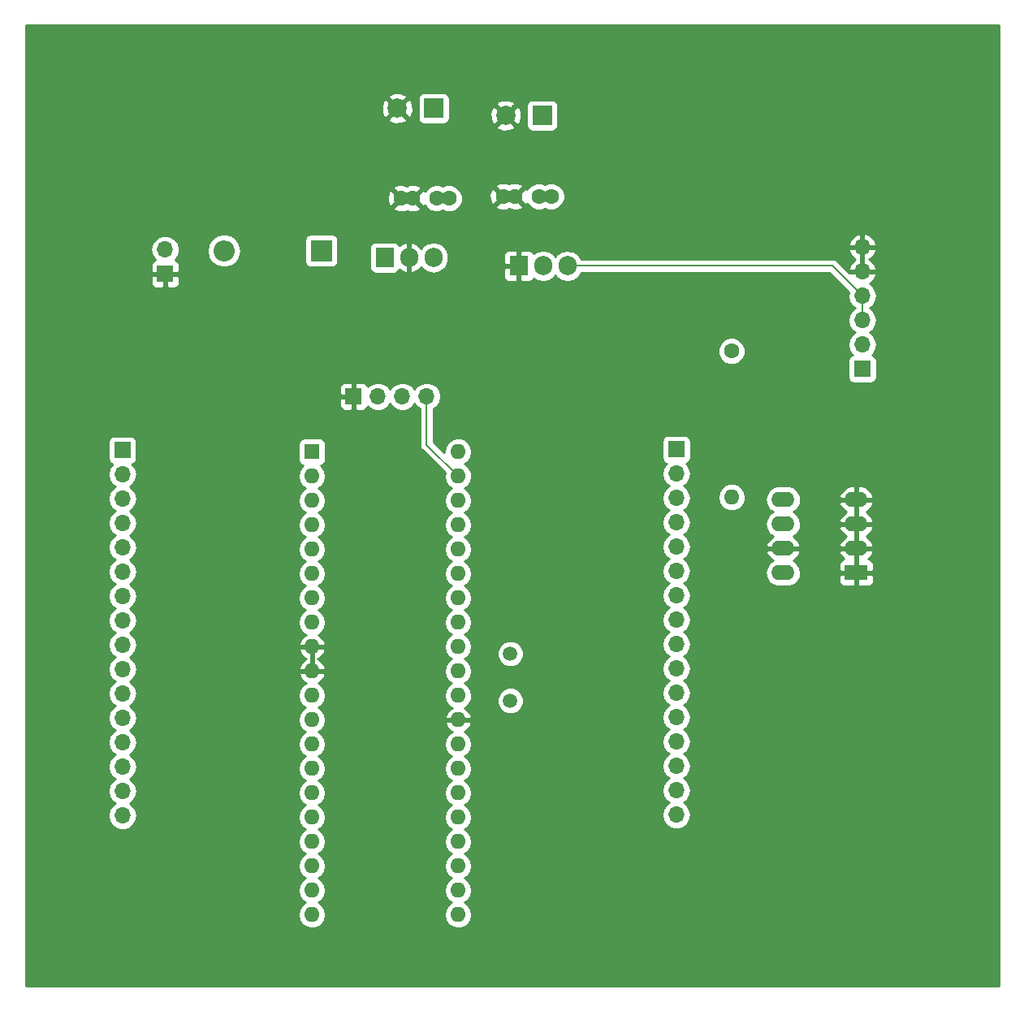
<source format=gbr>
G04 #@! TF.GenerationSoftware,KiCad,Pcbnew,(5.0.0-rc2-dev-444-g2974a2c10)*
G04 #@! TF.CreationDate,2018-07-07T21:15:36+02:00*
G04 #@! TF.ProjectId,propellor dev board,70726F70656C6C6F722064657620626F,rev?*
G04 #@! TF.SameCoordinates,Original*
G04 #@! TF.FileFunction,Copper,L2,Bot,Signal*
G04 #@! TF.FilePolarity,Positive*
%FSLAX46Y46*%
G04 Gerber Fmt 4.6, Leading zero omitted, Abs format (unit mm)*
G04 Created by KiCad (PCBNEW (5.0.0-rc2-dev-444-g2974a2c10)) date 07/07/18 21:15:36*
%MOMM*%
%LPD*%
G01*
G04 APERTURE LIST*
%ADD10C,1.600000*%
%ADD11R,2.200000X2.200000*%
%ADD12O,2.200000X2.200000*%
%ADD13R,1.700000X1.700000*%
%ADD14O,1.700000X1.700000*%
%ADD15O,1.600000X1.600000*%
%ADD16O,1.905000X2.000000*%
%ADD17R,1.905000X2.000000*%
%ADD18R,2.400000X1.600000*%
%ADD19O,2.400000X1.600000*%
%ADD20R,1.600000X1.600000*%
%ADD21C,1.500000*%
%ADD22R,2.000000X2.000000*%
%ADD23C,2.000000*%
%ADD24C,0.200000*%
%ADD25C,0.254000*%
G04 APERTURE END LIST*
D10*
X141422440Y-44190920D03*
X143922440Y-44190920D03*
X140172440Y-44190920D03*
X145172440Y-44190920D03*
X155825200Y-43997880D03*
X150825200Y-43997880D03*
X154575200Y-43997880D03*
X152075200Y-43997880D03*
D11*
X131876800Y-49662080D03*
D12*
X121716800Y-49662080D03*
D13*
X115570000Y-52070000D03*
D14*
X115570000Y-49530000D03*
X111137700Y-108546900D03*
X111137700Y-106006900D03*
X111137700Y-103466900D03*
X111137700Y-100926900D03*
X111137700Y-98386900D03*
X111137700Y-95846900D03*
X111137700Y-93306900D03*
X111137700Y-90766900D03*
X111137700Y-88226900D03*
X111137700Y-85686900D03*
X111137700Y-83146900D03*
X111137700Y-80606900D03*
X111137700Y-78066900D03*
X111137700Y-75526900D03*
X111137700Y-72986900D03*
D13*
X111137700Y-70446900D03*
X168892220Y-70380860D03*
D14*
X168892220Y-72920860D03*
X168892220Y-75460860D03*
X168892220Y-78000860D03*
X168892220Y-80540860D03*
X168892220Y-83080860D03*
X168892220Y-85620860D03*
X168892220Y-88160860D03*
X168892220Y-90700860D03*
X168892220Y-93240860D03*
X168892220Y-95780860D03*
X168892220Y-98320860D03*
X168892220Y-100860860D03*
X168892220Y-103400860D03*
X168892220Y-105940860D03*
X168892220Y-108480860D03*
D10*
X174645320Y-60119260D03*
D15*
X174645320Y-75359260D03*
D13*
X135229600Y-64841120D03*
D14*
X137769600Y-64841120D03*
X140309600Y-64841120D03*
X142849600Y-64841120D03*
D16*
X143555720Y-50378360D03*
X141015720Y-50378360D03*
D17*
X138475720Y-50378360D03*
X152463500Y-51244500D03*
D16*
X155003500Y-51244500D03*
X157543500Y-51244500D03*
D18*
X187637420Y-83245960D03*
D19*
X180017420Y-75625960D03*
X187637420Y-80705960D03*
X180017420Y-78165960D03*
X187637420Y-78165960D03*
X180017420Y-80705960D03*
X187637420Y-75625960D03*
X180017420Y-83245960D03*
D20*
X130898900Y-70624700D03*
D15*
X146138900Y-118884700D03*
X130898900Y-73164700D03*
X146138900Y-116344700D03*
X130898900Y-75704700D03*
X146138900Y-113804700D03*
X130898900Y-78244700D03*
X146138900Y-111264700D03*
X130898900Y-80784700D03*
X146138900Y-108724700D03*
X130898900Y-83324700D03*
X146138900Y-106184700D03*
X130898900Y-85864700D03*
X146138900Y-103644700D03*
X130898900Y-88404700D03*
X146138900Y-101104700D03*
X130898900Y-90944700D03*
X146138900Y-98564700D03*
X130898900Y-93484700D03*
X146138900Y-96024700D03*
X130898900Y-96024700D03*
X146138900Y-93484700D03*
X130898900Y-98564700D03*
X146138900Y-90944700D03*
X130898900Y-101104700D03*
X146138900Y-88404700D03*
X130898900Y-103644700D03*
X146138900Y-85864700D03*
X130898900Y-106184700D03*
X146138900Y-83324700D03*
X130898900Y-108724700D03*
X146138900Y-80784700D03*
X130898900Y-111264700D03*
X146138900Y-78244700D03*
X130898900Y-113804700D03*
X146138900Y-75704700D03*
X130898900Y-116344700D03*
X146138900Y-73164700D03*
X130898900Y-118884700D03*
X146138900Y-70624700D03*
D21*
X151574500Y-96570800D03*
X151574500Y-91670800D03*
D22*
X143591280Y-34808160D03*
D23*
X139791280Y-34808160D03*
X151099360Y-35554920D03*
D22*
X154899360Y-35554920D03*
D13*
X188280000Y-61990000D03*
D14*
X188280000Y-59450000D03*
X188280000Y-56910000D03*
X188280000Y-54370000D03*
X188280000Y-51830000D03*
X188280000Y-49290000D03*
D24*
X185154500Y-51244500D02*
X188280000Y-54370000D01*
X157543500Y-51244500D02*
X185154500Y-51244500D01*
X188280000Y-55707919D02*
X188280000Y-54370000D01*
X188280000Y-56910000D02*
X188280000Y-55707919D01*
X142849600Y-69875400D02*
X146138900Y-73164700D01*
X142849600Y-64841120D02*
X142849600Y-69875400D01*
D25*
G36*
X202490000Y-126290000D02*
X101040000Y-126290000D01*
X101040000Y-72986900D01*
X109623608Y-72986900D01*
X109738861Y-73566318D01*
X110067075Y-74057525D01*
X110365461Y-74256900D01*
X110067075Y-74456275D01*
X109738861Y-74947482D01*
X109623608Y-75526900D01*
X109738861Y-76106318D01*
X110067075Y-76597525D01*
X110365461Y-76796900D01*
X110067075Y-76996275D01*
X109738861Y-77487482D01*
X109623608Y-78066900D01*
X109738861Y-78646318D01*
X110067075Y-79137525D01*
X110365461Y-79336900D01*
X110067075Y-79536275D01*
X109738861Y-80027482D01*
X109623608Y-80606900D01*
X109738861Y-81186318D01*
X110067075Y-81677525D01*
X110365461Y-81876900D01*
X110067075Y-82076275D01*
X109738861Y-82567482D01*
X109623608Y-83146900D01*
X109738861Y-83726318D01*
X110067075Y-84217525D01*
X110365461Y-84416900D01*
X110067075Y-84616275D01*
X109738861Y-85107482D01*
X109623608Y-85686900D01*
X109738861Y-86266318D01*
X110067075Y-86757525D01*
X110365461Y-86956900D01*
X110067075Y-87156275D01*
X109738861Y-87647482D01*
X109623608Y-88226900D01*
X109738861Y-88806318D01*
X110067075Y-89297525D01*
X110365461Y-89496900D01*
X110067075Y-89696275D01*
X109738861Y-90187482D01*
X109623608Y-90766900D01*
X109738861Y-91346318D01*
X110067075Y-91837525D01*
X110365461Y-92036900D01*
X110067075Y-92236275D01*
X109738861Y-92727482D01*
X109623608Y-93306900D01*
X109738861Y-93886318D01*
X110067075Y-94377525D01*
X110365461Y-94576900D01*
X110067075Y-94776275D01*
X109738861Y-95267482D01*
X109623608Y-95846900D01*
X109738861Y-96426318D01*
X110067075Y-96917525D01*
X110365461Y-97116900D01*
X110067075Y-97316275D01*
X109738861Y-97807482D01*
X109623608Y-98386900D01*
X109738861Y-98966318D01*
X110067075Y-99457525D01*
X110365461Y-99656900D01*
X110067075Y-99856275D01*
X109738861Y-100347482D01*
X109623608Y-100926900D01*
X109738861Y-101506318D01*
X110067075Y-101997525D01*
X110365461Y-102196900D01*
X110067075Y-102396275D01*
X109738861Y-102887482D01*
X109623608Y-103466900D01*
X109738861Y-104046318D01*
X110067075Y-104537525D01*
X110365461Y-104736900D01*
X110067075Y-104936275D01*
X109738861Y-105427482D01*
X109623608Y-106006900D01*
X109738861Y-106586318D01*
X110067075Y-107077525D01*
X110365461Y-107276900D01*
X110067075Y-107476275D01*
X109738861Y-107967482D01*
X109623608Y-108546900D01*
X109738861Y-109126318D01*
X110067075Y-109617525D01*
X110558282Y-109945739D01*
X110991444Y-110031900D01*
X111283956Y-110031900D01*
X111717118Y-109945739D01*
X112208325Y-109617525D01*
X112536539Y-109126318D01*
X112651792Y-108546900D01*
X112536539Y-107967482D01*
X112208325Y-107476275D01*
X111909939Y-107276900D01*
X112208325Y-107077525D01*
X112536539Y-106586318D01*
X112651792Y-106006900D01*
X112536539Y-105427482D01*
X112208325Y-104936275D01*
X111909939Y-104736900D01*
X112208325Y-104537525D01*
X112536539Y-104046318D01*
X112651792Y-103466900D01*
X112536539Y-102887482D01*
X112208325Y-102396275D01*
X111909939Y-102196900D01*
X112208325Y-101997525D01*
X112536539Y-101506318D01*
X112651792Y-100926900D01*
X112536539Y-100347482D01*
X112208325Y-99856275D01*
X111909939Y-99656900D01*
X112208325Y-99457525D01*
X112536539Y-98966318D01*
X112651792Y-98386900D01*
X112536539Y-97807482D01*
X112208325Y-97316275D01*
X111909939Y-97116900D01*
X112208325Y-96917525D01*
X112536539Y-96426318D01*
X112616425Y-96024700D01*
X129435787Y-96024700D01*
X129547160Y-96584609D01*
X129864323Y-97059277D01*
X130216658Y-97294700D01*
X129864323Y-97530123D01*
X129547160Y-98004791D01*
X129435787Y-98564700D01*
X129547160Y-99124609D01*
X129864323Y-99599277D01*
X130216658Y-99834700D01*
X129864323Y-100070123D01*
X129547160Y-100544791D01*
X129435787Y-101104700D01*
X129547160Y-101664609D01*
X129864323Y-102139277D01*
X130216658Y-102374700D01*
X129864323Y-102610123D01*
X129547160Y-103084791D01*
X129435787Y-103644700D01*
X129547160Y-104204609D01*
X129864323Y-104679277D01*
X130216658Y-104914700D01*
X129864323Y-105150123D01*
X129547160Y-105624791D01*
X129435787Y-106184700D01*
X129547160Y-106744609D01*
X129864323Y-107219277D01*
X130216658Y-107454700D01*
X129864323Y-107690123D01*
X129547160Y-108164791D01*
X129435787Y-108724700D01*
X129547160Y-109284609D01*
X129864323Y-109759277D01*
X130216658Y-109994700D01*
X129864323Y-110230123D01*
X129547160Y-110704791D01*
X129435787Y-111264700D01*
X129547160Y-111824609D01*
X129864323Y-112299277D01*
X130216658Y-112534700D01*
X129864323Y-112770123D01*
X129547160Y-113244791D01*
X129435787Y-113804700D01*
X129547160Y-114364609D01*
X129864323Y-114839277D01*
X130216658Y-115074700D01*
X129864323Y-115310123D01*
X129547160Y-115784791D01*
X129435787Y-116344700D01*
X129547160Y-116904609D01*
X129864323Y-117379277D01*
X130216658Y-117614700D01*
X129864323Y-117850123D01*
X129547160Y-118324791D01*
X129435787Y-118884700D01*
X129547160Y-119444609D01*
X129864323Y-119919277D01*
X130338991Y-120236440D01*
X130757567Y-120319700D01*
X131040233Y-120319700D01*
X131458809Y-120236440D01*
X131933477Y-119919277D01*
X132250640Y-119444609D01*
X132362013Y-118884700D01*
X132250640Y-118324791D01*
X131933477Y-117850123D01*
X131581142Y-117614700D01*
X131933477Y-117379277D01*
X132250640Y-116904609D01*
X132362013Y-116344700D01*
X132250640Y-115784791D01*
X131933477Y-115310123D01*
X131581142Y-115074700D01*
X131933477Y-114839277D01*
X132250640Y-114364609D01*
X132362013Y-113804700D01*
X132250640Y-113244791D01*
X131933477Y-112770123D01*
X131581142Y-112534700D01*
X131933477Y-112299277D01*
X132250640Y-111824609D01*
X132362013Y-111264700D01*
X132250640Y-110704791D01*
X131933477Y-110230123D01*
X131581142Y-109994700D01*
X131933477Y-109759277D01*
X132250640Y-109284609D01*
X132362013Y-108724700D01*
X132250640Y-108164791D01*
X131933477Y-107690123D01*
X131581142Y-107454700D01*
X131933477Y-107219277D01*
X132250640Y-106744609D01*
X132362013Y-106184700D01*
X132250640Y-105624791D01*
X131933477Y-105150123D01*
X131581142Y-104914700D01*
X131933477Y-104679277D01*
X132250640Y-104204609D01*
X132362013Y-103644700D01*
X132250640Y-103084791D01*
X131933477Y-102610123D01*
X131581142Y-102374700D01*
X131933477Y-102139277D01*
X132250640Y-101664609D01*
X132362013Y-101104700D01*
X144675787Y-101104700D01*
X144787160Y-101664609D01*
X145104323Y-102139277D01*
X145456658Y-102374700D01*
X145104323Y-102610123D01*
X144787160Y-103084791D01*
X144675787Y-103644700D01*
X144787160Y-104204609D01*
X145104323Y-104679277D01*
X145456658Y-104914700D01*
X145104323Y-105150123D01*
X144787160Y-105624791D01*
X144675787Y-106184700D01*
X144787160Y-106744609D01*
X145104323Y-107219277D01*
X145456658Y-107454700D01*
X145104323Y-107690123D01*
X144787160Y-108164791D01*
X144675787Y-108724700D01*
X144787160Y-109284609D01*
X145104323Y-109759277D01*
X145456658Y-109994700D01*
X145104323Y-110230123D01*
X144787160Y-110704791D01*
X144675787Y-111264700D01*
X144787160Y-111824609D01*
X145104323Y-112299277D01*
X145456658Y-112534700D01*
X145104323Y-112770123D01*
X144787160Y-113244791D01*
X144675787Y-113804700D01*
X144787160Y-114364609D01*
X145104323Y-114839277D01*
X145456658Y-115074700D01*
X145104323Y-115310123D01*
X144787160Y-115784791D01*
X144675787Y-116344700D01*
X144787160Y-116904609D01*
X145104323Y-117379277D01*
X145456658Y-117614700D01*
X145104323Y-117850123D01*
X144787160Y-118324791D01*
X144675787Y-118884700D01*
X144787160Y-119444609D01*
X145104323Y-119919277D01*
X145578991Y-120236440D01*
X145997567Y-120319700D01*
X146280233Y-120319700D01*
X146698809Y-120236440D01*
X147173477Y-119919277D01*
X147490640Y-119444609D01*
X147602013Y-118884700D01*
X147490640Y-118324791D01*
X147173477Y-117850123D01*
X146821142Y-117614700D01*
X147173477Y-117379277D01*
X147490640Y-116904609D01*
X147602013Y-116344700D01*
X147490640Y-115784791D01*
X147173477Y-115310123D01*
X146821142Y-115074700D01*
X147173477Y-114839277D01*
X147490640Y-114364609D01*
X147602013Y-113804700D01*
X147490640Y-113244791D01*
X147173477Y-112770123D01*
X146821142Y-112534700D01*
X147173477Y-112299277D01*
X147490640Y-111824609D01*
X147602013Y-111264700D01*
X147490640Y-110704791D01*
X147173477Y-110230123D01*
X146821142Y-109994700D01*
X147173477Y-109759277D01*
X147490640Y-109284609D01*
X147602013Y-108724700D01*
X147490640Y-108164791D01*
X147173477Y-107690123D01*
X146821142Y-107454700D01*
X147173477Y-107219277D01*
X147490640Y-106744609D01*
X147602013Y-106184700D01*
X147490640Y-105624791D01*
X147173477Y-105150123D01*
X146821142Y-104914700D01*
X147173477Y-104679277D01*
X147490640Y-104204609D01*
X147602013Y-103644700D01*
X147490640Y-103084791D01*
X147173477Y-102610123D01*
X146821142Y-102374700D01*
X147173477Y-102139277D01*
X147490640Y-101664609D01*
X147602013Y-101104700D01*
X147490640Y-100544791D01*
X147173477Y-100070123D01*
X146789792Y-99813753D01*
X146994034Y-99717089D01*
X147369941Y-99302123D01*
X147530804Y-98913739D01*
X147408815Y-98691700D01*
X146265900Y-98691700D01*
X146265900Y-98711700D01*
X146011900Y-98711700D01*
X146011900Y-98691700D01*
X144868985Y-98691700D01*
X144746996Y-98913739D01*
X144907859Y-99302123D01*
X145283766Y-99717089D01*
X145488008Y-99813753D01*
X145104323Y-100070123D01*
X144787160Y-100544791D01*
X144675787Y-101104700D01*
X132362013Y-101104700D01*
X132250640Y-100544791D01*
X131933477Y-100070123D01*
X131581142Y-99834700D01*
X131933477Y-99599277D01*
X132250640Y-99124609D01*
X132362013Y-98564700D01*
X132250640Y-98004791D01*
X131933477Y-97530123D01*
X131581142Y-97294700D01*
X131933477Y-97059277D01*
X132250640Y-96584609D01*
X132362013Y-96024700D01*
X132250640Y-95464791D01*
X131933477Y-94990123D01*
X131549792Y-94733753D01*
X131754034Y-94637089D01*
X132129941Y-94222123D01*
X132290804Y-93833739D01*
X132168815Y-93611700D01*
X131025900Y-93611700D01*
X131025900Y-93631700D01*
X130771900Y-93631700D01*
X130771900Y-93611700D01*
X129628985Y-93611700D01*
X129506996Y-93833739D01*
X129667859Y-94222123D01*
X130043766Y-94637089D01*
X130248008Y-94733753D01*
X129864323Y-94990123D01*
X129547160Y-95464791D01*
X129435787Y-96024700D01*
X112616425Y-96024700D01*
X112651792Y-95846900D01*
X112536539Y-95267482D01*
X112208325Y-94776275D01*
X111909939Y-94576900D01*
X112208325Y-94377525D01*
X112536539Y-93886318D01*
X112651792Y-93306900D01*
X112536539Y-92727482D01*
X112208325Y-92236275D01*
X111909939Y-92036900D01*
X112208325Y-91837525D01*
X112536539Y-91346318D01*
X112546997Y-91293739D01*
X129506996Y-91293739D01*
X129667859Y-91682123D01*
X130043766Y-92097089D01*
X130292267Y-92214700D01*
X130043766Y-92332311D01*
X129667859Y-92747277D01*
X129506996Y-93135661D01*
X129628985Y-93357700D01*
X130771900Y-93357700D01*
X130771900Y-91071700D01*
X131025900Y-91071700D01*
X131025900Y-93357700D01*
X132168815Y-93357700D01*
X132290804Y-93135661D01*
X132129941Y-92747277D01*
X131754034Y-92332311D01*
X131505533Y-92214700D01*
X131754034Y-92097089D01*
X132129941Y-91682123D01*
X132290804Y-91293739D01*
X132168815Y-91071700D01*
X131025900Y-91071700D01*
X130771900Y-91071700D01*
X129628985Y-91071700D01*
X129506996Y-91293739D01*
X112546997Y-91293739D01*
X112651792Y-90766900D01*
X112536539Y-90187482D01*
X112208325Y-89696275D01*
X111909939Y-89496900D01*
X112208325Y-89297525D01*
X112536539Y-88806318D01*
X112651792Y-88226900D01*
X112536539Y-87647482D01*
X112208325Y-87156275D01*
X111909939Y-86956900D01*
X112208325Y-86757525D01*
X112536539Y-86266318D01*
X112651792Y-85686900D01*
X112536539Y-85107482D01*
X112208325Y-84616275D01*
X111909939Y-84416900D01*
X112208325Y-84217525D01*
X112536539Y-83726318D01*
X112651792Y-83146900D01*
X112536539Y-82567482D01*
X112208325Y-82076275D01*
X111909939Y-81876900D01*
X112208325Y-81677525D01*
X112536539Y-81186318D01*
X112651792Y-80606900D01*
X112536539Y-80027482D01*
X112208325Y-79536275D01*
X111909939Y-79336900D01*
X112208325Y-79137525D01*
X112536539Y-78646318D01*
X112651792Y-78066900D01*
X112536539Y-77487482D01*
X112208325Y-76996275D01*
X111909939Y-76796900D01*
X112208325Y-76597525D01*
X112536539Y-76106318D01*
X112651792Y-75526900D01*
X112536539Y-74947482D01*
X112208325Y-74456275D01*
X111909939Y-74256900D01*
X112208325Y-74057525D01*
X112536539Y-73566318D01*
X112616425Y-73164700D01*
X129435787Y-73164700D01*
X129547160Y-73724609D01*
X129864323Y-74199277D01*
X130216658Y-74434700D01*
X129864323Y-74670123D01*
X129547160Y-75144791D01*
X129435787Y-75704700D01*
X129547160Y-76264609D01*
X129864323Y-76739277D01*
X130216658Y-76974700D01*
X129864323Y-77210123D01*
X129547160Y-77684791D01*
X129435787Y-78244700D01*
X129547160Y-78804609D01*
X129864323Y-79279277D01*
X130216658Y-79514700D01*
X129864323Y-79750123D01*
X129547160Y-80224791D01*
X129435787Y-80784700D01*
X129547160Y-81344609D01*
X129864323Y-81819277D01*
X130216658Y-82054700D01*
X129864323Y-82290123D01*
X129547160Y-82764791D01*
X129435787Y-83324700D01*
X129547160Y-83884609D01*
X129864323Y-84359277D01*
X130216658Y-84594700D01*
X129864323Y-84830123D01*
X129547160Y-85304791D01*
X129435787Y-85864700D01*
X129547160Y-86424609D01*
X129864323Y-86899277D01*
X130216658Y-87134700D01*
X129864323Y-87370123D01*
X129547160Y-87844791D01*
X129435787Y-88404700D01*
X129547160Y-88964609D01*
X129864323Y-89439277D01*
X130248008Y-89695647D01*
X130043766Y-89792311D01*
X129667859Y-90207277D01*
X129506996Y-90595661D01*
X129628985Y-90817700D01*
X130771900Y-90817700D01*
X130771900Y-90797700D01*
X131025900Y-90797700D01*
X131025900Y-90817700D01*
X132168815Y-90817700D01*
X132290804Y-90595661D01*
X132129941Y-90207277D01*
X131754034Y-89792311D01*
X131549792Y-89695647D01*
X131933477Y-89439277D01*
X132250640Y-88964609D01*
X132362013Y-88404700D01*
X132250640Y-87844791D01*
X131933477Y-87370123D01*
X131581142Y-87134700D01*
X131933477Y-86899277D01*
X132250640Y-86424609D01*
X132362013Y-85864700D01*
X132250640Y-85304791D01*
X131933477Y-84830123D01*
X131581142Y-84594700D01*
X131933477Y-84359277D01*
X132250640Y-83884609D01*
X132362013Y-83324700D01*
X132250640Y-82764791D01*
X131933477Y-82290123D01*
X131581142Y-82054700D01*
X131933477Y-81819277D01*
X132250640Y-81344609D01*
X132362013Y-80784700D01*
X132250640Y-80224791D01*
X131933477Y-79750123D01*
X131581142Y-79514700D01*
X131933477Y-79279277D01*
X132250640Y-78804609D01*
X132362013Y-78244700D01*
X132250640Y-77684791D01*
X131933477Y-77210123D01*
X131581142Y-76974700D01*
X131933477Y-76739277D01*
X132250640Y-76264609D01*
X132362013Y-75704700D01*
X132250640Y-75144791D01*
X131933477Y-74670123D01*
X131581142Y-74434700D01*
X131933477Y-74199277D01*
X132250640Y-73724609D01*
X132362013Y-73164700D01*
X132250640Y-72604791D01*
X131933477Y-72130123D01*
X131812794Y-72049485D01*
X131946665Y-72022857D01*
X132156709Y-71882509D01*
X132297057Y-71672465D01*
X132346340Y-71424700D01*
X132346340Y-69824700D01*
X132297057Y-69576935D01*
X132156709Y-69366891D01*
X131946665Y-69226543D01*
X131698900Y-69177260D01*
X130098900Y-69177260D01*
X129851135Y-69226543D01*
X129641091Y-69366891D01*
X129500743Y-69576935D01*
X129451460Y-69824700D01*
X129451460Y-71424700D01*
X129500743Y-71672465D01*
X129641091Y-71882509D01*
X129851135Y-72022857D01*
X129985006Y-72049485D01*
X129864323Y-72130123D01*
X129547160Y-72604791D01*
X129435787Y-73164700D01*
X112616425Y-73164700D01*
X112651792Y-72986900D01*
X112536539Y-72407482D01*
X112208325Y-71916275D01*
X112190081Y-71904084D01*
X112235465Y-71895057D01*
X112445509Y-71754709D01*
X112585857Y-71544665D01*
X112635140Y-71296900D01*
X112635140Y-69596900D01*
X112585857Y-69349135D01*
X112445509Y-69139091D01*
X112235465Y-68998743D01*
X111987700Y-68949460D01*
X110287700Y-68949460D01*
X110039935Y-68998743D01*
X109829891Y-69139091D01*
X109689543Y-69349135D01*
X109640260Y-69596900D01*
X109640260Y-71296900D01*
X109689543Y-71544665D01*
X109829891Y-71754709D01*
X110039935Y-71895057D01*
X110085319Y-71904084D01*
X110067075Y-71916275D01*
X109738861Y-72407482D01*
X109623608Y-72986900D01*
X101040000Y-72986900D01*
X101040000Y-65126870D01*
X133744600Y-65126870D01*
X133744600Y-65817429D01*
X133841273Y-66050818D01*
X134019901Y-66229447D01*
X134253290Y-66326120D01*
X134943850Y-66326120D01*
X135102600Y-66167370D01*
X135102600Y-64968120D01*
X133903350Y-64968120D01*
X133744600Y-65126870D01*
X101040000Y-65126870D01*
X101040000Y-63864811D01*
X133744600Y-63864811D01*
X133744600Y-64555370D01*
X133903350Y-64714120D01*
X135102600Y-64714120D01*
X135102600Y-63514870D01*
X135356600Y-63514870D01*
X135356600Y-64714120D01*
X135376600Y-64714120D01*
X135376600Y-64968120D01*
X135356600Y-64968120D01*
X135356600Y-66167370D01*
X135515350Y-66326120D01*
X136205910Y-66326120D01*
X136439299Y-66229447D01*
X136617927Y-66050818D01*
X136684504Y-65890087D01*
X136698975Y-65911745D01*
X137190182Y-66239959D01*
X137623344Y-66326120D01*
X137915856Y-66326120D01*
X138349018Y-66239959D01*
X138840225Y-65911745D01*
X139039600Y-65613359D01*
X139238975Y-65911745D01*
X139730182Y-66239959D01*
X140163344Y-66326120D01*
X140455856Y-66326120D01*
X140889018Y-66239959D01*
X141380225Y-65911745D01*
X141579600Y-65613359D01*
X141778975Y-65911745D01*
X142114600Y-66136003D01*
X142114601Y-69803011D01*
X142100202Y-69875400D01*
X142157246Y-70162182D01*
X142157247Y-70162183D01*
X142319696Y-70405305D01*
X142381063Y-70446309D01*
X144746078Y-72811325D01*
X144675787Y-73164700D01*
X144787160Y-73724609D01*
X145104323Y-74199277D01*
X145456658Y-74434700D01*
X145104323Y-74670123D01*
X144787160Y-75144791D01*
X144675787Y-75704700D01*
X144787160Y-76264609D01*
X145104323Y-76739277D01*
X145456658Y-76974700D01*
X145104323Y-77210123D01*
X144787160Y-77684791D01*
X144675787Y-78244700D01*
X144787160Y-78804609D01*
X145104323Y-79279277D01*
X145456658Y-79514700D01*
X145104323Y-79750123D01*
X144787160Y-80224791D01*
X144675787Y-80784700D01*
X144787160Y-81344609D01*
X145104323Y-81819277D01*
X145456658Y-82054700D01*
X145104323Y-82290123D01*
X144787160Y-82764791D01*
X144675787Y-83324700D01*
X144787160Y-83884609D01*
X145104323Y-84359277D01*
X145456658Y-84594700D01*
X145104323Y-84830123D01*
X144787160Y-85304791D01*
X144675787Y-85864700D01*
X144787160Y-86424609D01*
X145104323Y-86899277D01*
X145456658Y-87134700D01*
X145104323Y-87370123D01*
X144787160Y-87844791D01*
X144675787Y-88404700D01*
X144787160Y-88964609D01*
X145104323Y-89439277D01*
X145456658Y-89674700D01*
X145104323Y-89910123D01*
X144787160Y-90384791D01*
X144675787Y-90944700D01*
X144787160Y-91504609D01*
X145104323Y-91979277D01*
X145456658Y-92214700D01*
X145104323Y-92450123D01*
X144787160Y-92924791D01*
X144675787Y-93484700D01*
X144787160Y-94044609D01*
X145104323Y-94519277D01*
X145456658Y-94754700D01*
X145104323Y-94990123D01*
X144787160Y-95464791D01*
X144675787Y-96024700D01*
X144787160Y-96584609D01*
X145104323Y-97059277D01*
X145488008Y-97315647D01*
X145283766Y-97412311D01*
X144907859Y-97827277D01*
X144746996Y-98215661D01*
X144868985Y-98437700D01*
X146011900Y-98437700D01*
X146011900Y-98417700D01*
X146265900Y-98417700D01*
X146265900Y-98437700D01*
X147408815Y-98437700D01*
X147530804Y-98215661D01*
X147369941Y-97827277D01*
X146994034Y-97412311D01*
X146789792Y-97315647D01*
X147173477Y-97059277D01*
X147490640Y-96584609D01*
X147548186Y-96295306D01*
X150189500Y-96295306D01*
X150189500Y-96846294D01*
X150400353Y-97355340D01*
X150789960Y-97744947D01*
X151299006Y-97955800D01*
X151849994Y-97955800D01*
X152359040Y-97744947D01*
X152748647Y-97355340D01*
X152959500Y-96846294D01*
X152959500Y-96295306D01*
X152748647Y-95786260D01*
X152359040Y-95396653D01*
X151849994Y-95185800D01*
X151299006Y-95185800D01*
X150789960Y-95396653D01*
X150400353Y-95786260D01*
X150189500Y-96295306D01*
X147548186Y-96295306D01*
X147602013Y-96024700D01*
X147490640Y-95464791D01*
X147173477Y-94990123D01*
X146821142Y-94754700D01*
X147173477Y-94519277D01*
X147490640Y-94044609D01*
X147602013Y-93484700D01*
X147490640Y-92924791D01*
X147173477Y-92450123D01*
X146821142Y-92214700D01*
X147173477Y-91979277D01*
X147490640Y-91504609D01*
X147512381Y-91395306D01*
X150189500Y-91395306D01*
X150189500Y-91946294D01*
X150400353Y-92455340D01*
X150789960Y-92844947D01*
X151299006Y-93055800D01*
X151849994Y-93055800D01*
X152359040Y-92844947D01*
X152748647Y-92455340D01*
X152959500Y-91946294D01*
X152959500Y-91395306D01*
X152748647Y-90886260D01*
X152359040Y-90496653D01*
X151849994Y-90285800D01*
X151299006Y-90285800D01*
X150789960Y-90496653D01*
X150400353Y-90886260D01*
X150189500Y-91395306D01*
X147512381Y-91395306D01*
X147602013Y-90944700D01*
X147490640Y-90384791D01*
X147173477Y-89910123D01*
X146821142Y-89674700D01*
X147173477Y-89439277D01*
X147490640Y-88964609D01*
X147602013Y-88404700D01*
X147490640Y-87844791D01*
X147173477Y-87370123D01*
X146821142Y-87134700D01*
X147173477Y-86899277D01*
X147490640Y-86424609D01*
X147602013Y-85864700D01*
X147490640Y-85304791D01*
X147173477Y-84830123D01*
X146821142Y-84594700D01*
X147173477Y-84359277D01*
X147490640Y-83884609D01*
X147602013Y-83324700D01*
X147490640Y-82764791D01*
X147173477Y-82290123D01*
X146821142Y-82054700D01*
X147173477Y-81819277D01*
X147490640Y-81344609D01*
X147602013Y-80784700D01*
X147490640Y-80224791D01*
X147173477Y-79750123D01*
X146821142Y-79514700D01*
X147173477Y-79279277D01*
X147490640Y-78804609D01*
X147602013Y-78244700D01*
X147490640Y-77684791D01*
X147173477Y-77210123D01*
X146821142Y-76974700D01*
X147173477Y-76739277D01*
X147490640Y-76264609D01*
X147602013Y-75704700D01*
X147490640Y-75144791D01*
X147173477Y-74670123D01*
X146821142Y-74434700D01*
X147173477Y-74199277D01*
X147490640Y-73724609D01*
X147602013Y-73164700D01*
X147553511Y-72920860D01*
X167378128Y-72920860D01*
X167493381Y-73500278D01*
X167821595Y-73991485D01*
X168119981Y-74190860D01*
X167821595Y-74390235D01*
X167493381Y-74881442D01*
X167378128Y-75460860D01*
X167493381Y-76040278D01*
X167821595Y-76531485D01*
X168119981Y-76730860D01*
X167821595Y-76930235D01*
X167493381Y-77421442D01*
X167378128Y-78000860D01*
X167493381Y-78580278D01*
X167821595Y-79071485D01*
X168119981Y-79270860D01*
X167821595Y-79470235D01*
X167493381Y-79961442D01*
X167378128Y-80540860D01*
X167493381Y-81120278D01*
X167821595Y-81611485D01*
X168119981Y-81810860D01*
X167821595Y-82010235D01*
X167493381Y-82501442D01*
X167378128Y-83080860D01*
X167493381Y-83660278D01*
X167821595Y-84151485D01*
X168119981Y-84350860D01*
X167821595Y-84550235D01*
X167493381Y-85041442D01*
X167378128Y-85620860D01*
X167493381Y-86200278D01*
X167821595Y-86691485D01*
X168119981Y-86890860D01*
X167821595Y-87090235D01*
X167493381Y-87581442D01*
X167378128Y-88160860D01*
X167493381Y-88740278D01*
X167821595Y-89231485D01*
X168119981Y-89430860D01*
X167821595Y-89630235D01*
X167493381Y-90121442D01*
X167378128Y-90700860D01*
X167493381Y-91280278D01*
X167821595Y-91771485D01*
X168119981Y-91970860D01*
X167821595Y-92170235D01*
X167493381Y-92661442D01*
X167378128Y-93240860D01*
X167493381Y-93820278D01*
X167821595Y-94311485D01*
X168119981Y-94510860D01*
X167821595Y-94710235D01*
X167493381Y-95201442D01*
X167378128Y-95780860D01*
X167493381Y-96360278D01*
X167821595Y-96851485D01*
X168119981Y-97050860D01*
X167821595Y-97250235D01*
X167493381Y-97741442D01*
X167378128Y-98320860D01*
X167493381Y-98900278D01*
X167821595Y-99391485D01*
X168119981Y-99590860D01*
X167821595Y-99790235D01*
X167493381Y-100281442D01*
X167378128Y-100860860D01*
X167493381Y-101440278D01*
X167821595Y-101931485D01*
X168119981Y-102130860D01*
X167821595Y-102330235D01*
X167493381Y-102821442D01*
X167378128Y-103400860D01*
X167493381Y-103980278D01*
X167821595Y-104471485D01*
X168119981Y-104670860D01*
X167821595Y-104870235D01*
X167493381Y-105361442D01*
X167378128Y-105940860D01*
X167493381Y-106520278D01*
X167821595Y-107011485D01*
X168119981Y-107210860D01*
X167821595Y-107410235D01*
X167493381Y-107901442D01*
X167378128Y-108480860D01*
X167493381Y-109060278D01*
X167821595Y-109551485D01*
X168312802Y-109879699D01*
X168745964Y-109965860D01*
X169038476Y-109965860D01*
X169471638Y-109879699D01*
X169962845Y-109551485D01*
X170291059Y-109060278D01*
X170406312Y-108480860D01*
X170291059Y-107901442D01*
X169962845Y-107410235D01*
X169664459Y-107210860D01*
X169962845Y-107011485D01*
X170291059Y-106520278D01*
X170406312Y-105940860D01*
X170291059Y-105361442D01*
X169962845Y-104870235D01*
X169664459Y-104670860D01*
X169962845Y-104471485D01*
X170291059Y-103980278D01*
X170406312Y-103400860D01*
X170291059Y-102821442D01*
X169962845Y-102330235D01*
X169664459Y-102130860D01*
X169962845Y-101931485D01*
X170291059Y-101440278D01*
X170406312Y-100860860D01*
X170291059Y-100281442D01*
X169962845Y-99790235D01*
X169664459Y-99590860D01*
X169962845Y-99391485D01*
X170291059Y-98900278D01*
X170406312Y-98320860D01*
X170291059Y-97741442D01*
X169962845Y-97250235D01*
X169664459Y-97050860D01*
X169962845Y-96851485D01*
X170291059Y-96360278D01*
X170406312Y-95780860D01*
X170291059Y-95201442D01*
X169962845Y-94710235D01*
X169664459Y-94510860D01*
X169962845Y-94311485D01*
X170291059Y-93820278D01*
X170406312Y-93240860D01*
X170291059Y-92661442D01*
X169962845Y-92170235D01*
X169664459Y-91970860D01*
X169962845Y-91771485D01*
X170291059Y-91280278D01*
X170406312Y-90700860D01*
X170291059Y-90121442D01*
X169962845Y-89630235D01*
X169664459Y-89430860D01*
X169962845Y-89231485D01*
X170291059Y-88740278D01*
X170406312Y-88160860D01*
X170291059Y-87581442D01*
X169962845Y-87090235D01*
X169664459Y-86890860D01*
X169962845Y-86691485D01*
X170291059Y-86200278D01*
X170406312Y-85620860D01*
X170291059Y-85041442D01*
X169962845Y-84550235D01*
X169664459Y-84350860D01*
X169962845Y-84151485D01*
X170291059Y-83660278D01*
X170373471Y-83245960D01*
X178154307Y-83245960D01*
X178265680Y-83805869D01*
X178582843Y-84280537D01*
X179057511Y-84597700D01*
X179476087Y-84680960D01*
X180558753Y-84680960D01*
X180977329Y-84597700D01*
X181451997Y-84280537D01*
X181769160Y-83805869D01*
X181823693Y-83531710D01*
X185802420Y-83531710D01*
X185802420Y-84172270D01*
X185899093Y-84405659D01*
X186077722Y-84584287D01*
X186311111Y-84680960D01*
X187351670Y-84680960D01*
X187510420Y-84522210D01*
X187510420Y-83372960D01*
X187764420Y-83372960D01*
X187764420Y-84522210D01*
X187923170Y-84680960D01*
X188963729Y-84680960D01*
X189197118Y-84584287D01*
X189375747Y-84405659D01*
X189472420Y-84172270D01*
X189472420Y-83531710D01*
X189313670Y-83372960D01*
X187764420Y-83372960D01*
X187510420Y-83372960D01*
X185961170Y-83372960D01*
X185802420Y-83531710D01*
X181823693Y-83531710D01*
X181880533Y-83245960D01*
X181769160Y-82686051D01*
X181524339Y-82319650D01*
X185802420Y-82319650D01*
X185802420Y-82960210D01*
X185961170Y-83118960D01*
X187510420Y-83118960D01*
X187510420Y-80832960D01*
X187764420Y-80832960D01*
X187764420Y-83118960D01*
X189313670Y-83118960D01*
X189472420Y-82960210D01*
X189472420Y-82319650D01*
X189375747Y-82086261D01*
X189197118Y-81907633D01*
X188963729Y-81810960D01*
X188917976Y-81810960D01*
X189141920Y-81630856D01*
X189411787Y-81137779D01*
X189429324Y-81054999D01*
X189307335Y-80832960D01*
X187764420Y-80832960D01*
X187510420Y-80832960D01*
X185967505Y-80832960D01*
X185845516Y-81054999D01*
X185863053Y-81137779D01*
X186132920Y-81630856D01*
X186356864Y-81810960D01*
X186311111Y-81810960D01*
X186077722Y-81907633D01*
X185899093Y-82086261D01*
X185802420Y-82319650D01*
X181524339Y-82319650D01*
X181451997Y-82211383D01*
X181095921Y-81973461D01*
X181521920Y-81630856D01*
X181791787Y-81137779D01*
X181809324Y-81054999D01*
X181687335Y-80832960D01*
X180144420Y-80832960D01*
X180144420Y-80852960D01*
X179890420Y-80852960D01*
X179890420Y-80832960D01*
X178347505Y-80832960D01*
X178225516Y-81054999D01*
X178243053Y-81137779D01*
X178512920Y-81630856D01*
X178938919Y-81973461D01*
X178582843Y-82211383D01*
X178265680Y-82686051D01*
X178154307Y-83245960D01*
X170373471Y-83245960D01*
X170406312Y-83080860D01*
X170291059Y-82501442D01*
X169962845Y-82010235D01*
X169664459Y-81810860D01*
X169962845Y-81611485D01*
X170291059Y-81120278D01*
X170406312Y-80540860D01*
X170291059Y-79961442D01*
X169962845Y-79470235D01*
X169664459Y-79270860D01*
X169962845Y-79071485D01*
X170291059Y-78580278D01*
X170406312Y-78000860D01*
X170291059Y-77421442D01*
X169962845Y-76930235D01*
X169664459Y-76730860D01*
X169962845Y-76531485D01*
X170291059Y-76040278D01*
X170406312Y-75460860D01*
X170386103Y-75359260D01*
X173182207Y-75359260D01*
X173293580Y-75919169D01*
X173610743Y-76393837D01*
X174085411Y-76711000D01*
X174503987Y-76794260D01*
X174786653Y-76794260D01*
X175205229Y-76711000D01*
X175679897Y-76393837D01*
X175997060Y-75919169D01*
X176055382Y-75625960D01*
X178154307Y-75625960D01*
X178265680Y-76185869D01*
X178582843Y-76660537D01*
X178935178Y-76895960D01*
X178582843Y-77131383D01*
X178265680Y-77606051D01*
X178154307Y-78165960D01*
X178265680Y-78725869D01*
X178582843Y-79200537D01*
X178938919Y-79438459D01*
X178512920Y-79781064D01*
X178243053Y-80274141D01*
X178225516Y-80356921D01*
X178347505Y-80578960D01*
X179890420Y-80578960D01*
X179890420Y-80558960D01*
X180144420Y-80558960D01*
X180144420Y-80578960D01*
X181687335Y-80578960D01*
X181809324Y-80356921D01*
X181791787Y-80274141D01*
X181521920Y-79781064D01*
X181095921Y-79438459D01*
X181451997Y-79200537D01*
X181769160Y-78725869D01*
X181811104Y-78514999D01*
X185845516Y-78514999D01*
X185863053Y-78597779D01*
X186132920Y-79090856D01*
X186562027Y-79435960D01*
X186132920Y-79781064D01*
X185863053Y-80274141D01*
X185845516Y-80356921D01*
X185967505Y-80578960D01*
X187510420Y-80578960D01*
X187510420Y-78292960D01*
X187764420Y-78292960D01*
X187764420Y-80578960D01*
X189307335Y-80578960D01*
X189429324Y-80356921D01*
X189411787Y-80274141D01*
X189141920Y-79781064D01*
X188712813Y-79435960D01*
X189141920Y-79090856D01*
X189411787Y-78597779D01*
X189429324Y-78514999D01*
X189307335Y-78292960D01*
X187764420Y-78292960D01*
X187510420Y-78292960D01*
X185967505Y-78292960D01*
X185845516Y-78514999D01*
X181811104Y-78514999D01*
X181880533Y-78165960D01*
X181769160Y-77606051D01*
X181451997Y-77131383D01*
X181099662Y-76895960D01*
X181451997Y-76660537D01*
X181769160Y-76185869D01*
X181811104Y-75974999D01*
X185845516Y-75974999D01*
X185863053Y-76057779D01*
X186132920Y-76550856D01*
X186562027Y-76895960D01*
X186132920Y-77241064D01*
X185863053Y-77734141D01*
X185845516Y-77816921D01*
X185967505Y-78038960D01*
X187510420Y-78038960D01*
X187510420Y-75752960D01*
X187764420Y-75752960D01*
X187764420Y-78038960D01*
X189307335Y-78038960D01*
X189429324Y-77816921D01*
X189411787Y-77734141D01*
X189141920Y-77241064D01*
X188712813Y-76895960D01*
X189141920Y-76550856D01*
X189411787Y-76057779D01*
X189429324Y-75974999D01*
X189307335Y-75752960D01*
X187764420Y-75752960D01*
X187510420Y-75752960D01*
X185967505Y-75752960D01*
X185845516Y-75974999D01*
X181811104Y-75974999D01*
X181880533Y-75625960D01*
X181811105Y-75276921D01*
X185845516Y-75276921D01*
X185967505Y-75498960D01*
X187510420Y-75498960D01*
X187510420Y-74190960D01*
X187764420Y-74190960D01*
X187764420Y-75498960D01*
X189307335Y-75498960D01*
X189429324Y-75276921D01*
X189411787Y-75194141D01*
X189141920Y-74701064D01*
X188703903Y-74348794D01*
X188164420Y-74190960D01*
X187764420Y-74190960D01*
X187510420Y-74190960D01*
X187110420Y-74190960D01*
X186570937Y-74348794D01*
X186132920Y-74701064D01*
X185863053Y-75194141D01*
X185845516Y-75276921D01*
X181811105Y-75276921D01*
X181769160Y-75066051D01*
X181451997Y-74591383D01*
X180977329Y-74274220D01*
X180558753Y-74190960D01*
X179476087Y-74190960D01*
X179057511Y-74274220D01*
X178582843Y-74591383D01*
X178265680Y-75066051D01*
X178154307Y-75625960D01*
X176055382Y-75625960D01*
X176108433Y-75359260D01*
X175997060Y-74799351D01*
X175679897Y-74324683D01*
X175205229Y-74007520D01*
X174786653Y-73924260D01*
X174503987Y-73924260D01*
X174085411Y-74007520D01*
X173610743Y-74324683D01*
X173293580Y-74799351D01*
X173182207Y-75359260D01*
X170386103Y-75359260D01*
X170291059Y-74881442D01*
X169962845Y-74390235D01*
X169664459Y-74190860D01*
X169962845Y-73991485D01*
X170291059Y-73500278D01*
X170406312Y-72920860D01*
X170291059Y-72341442D01*
X169962845Y-71850235D01*
X169944601Y-71838044D01*
X169989985Y-71829017D01*
X170200029Y-71688669D01*
X170340377Y-71478625D01*
X170389660Y-71230860D01*
X170389660Y-69530860D01*
X170340377Y-69283095D01*
X170200029Y-69073051D01*
X169989985Y-68932703D01*
X169742220Y-68883420D01*
X168042220Y-68883420D01*
X167794455Y-68932703D01*
X167584411Y-69073051D01*
X167444063Y-69283095D01*
X167394780Y-69530860D01*
X167394780Y-71230860D01*
X167444063Y-71478625D01*
X167584411Y-71688669D01*
X167794455Y-71829017D01*
X167839839Y-71838044D01*
X167821595Y-71850235D01*
X167493381Y-72341442D01*
X167378128Y-72920860D01*
X147553511Y-72920860D01*
X147490640Y-72604791D01*
X147173477Y-72130123D01*
X146821142Y-71894700D01*
X147173477Y-71659277D01*
X147490640Y-71184609D01*
X147602013Y-70624700D01*
X147490640Y-70064791D01*
X147173477Y-69590123D01*
X146698809Y-69272960D01*
X146280233Y-69189700D01*
X145997567Y-69189700D01*
X145578991Y-69272960D01*
X145104323Y-69590123D01*
X144787160Y-70064791D01*
X144675787Y-70624700D01*
X144685084Y-70671437D01*
X143584600Y-69570954D01*
X143584600Y-66136002D01*
X143920225Y-65911745D01*
X144248439Y-65420538D01*
X144363692Y-64841120D01*
X144248439Y-64261702D01*
X143920225Y-63770495D01*
X143429018Y-63442281D01*
X142995856Y-63356120D01*
X142703344Y-63356120D01*
X142270182Y-63442281D01*
X141778975Y-63770495D01*
X141579600Y-64068881D01*
X141380225Y-63770495D01*
X140889018Y-63442281D01*
X140455856Y-63356120D01*
X140163344Y-63356120D01*
X139730182Y-63442281D01*
X139238975Y-63770495D01*
X139039600Y-64068881D01*
X138840225Y-63770495D01*
X138349018Y-63442281D01*
X137915856Y-63356120D01*
X137623344Y-63356120D01*
X137190182Y-63442281D01*
X136698975Y-63770495D01*
X136684504Y-63792153D01*
X136617927Y-63631422D01*
X136439299Y-63452793D01*
X136205910Y-63356120D01*
X135515350Y-63356120D01*
X135356600Y-63514870D01*
X135102600Y-63514870D01*
X134943850Y-63356120D01*
X134253290Y-63356120D01*
X134019901Y-63452793D01*
X133841273Y-63631422D01*
X133744600Y-63864811D01*
X101040000Y-63864811D01*
X101040000Y-59833821D01*
X173210320Y-59833821D01*
X173210320Y-60404699D01*
X173428786Y-60932122D01*
X173832458Y-61335794D01*
X174359881Y-61554260D01*
X174930759Y-61554260D01*
X175458182Y-61335794D01*
X175861854Y-60932122D01*
X176080320Y-60404699D01*
X176080320Y-59833821D01*
X175861854Y-59306398D01*
X175458182Y-58902726D01*
X174930759Y-58684260D01*
X174359881Y-58684260D01*
X173832458Y-58902726D01*
X173428786Y-59306398D01*
X173210320Y-59833821D01*
X101040000Y-59833821D01*
X101040000Y-52355750D01*
X114085000Y-52355750D01*
X114085000Y-53046310D01*
X114181673Y-53279699D01*
X114360302Y-53458327D01*
X114593691Y-53555000D01*
X115284250Y-53555000D01*
X115443000Y-53396250D01*
X115443000Y-52197000D01*
X115697000Y-52197000D01*
X115697000Y-53396250D01*
X115855750Y-53555000D01*
X116546309Y-53555000D01*
X116779698Y-53458327D01*
X116958327Y-53279699D01*
X117055000Y-53046310D01*
X117055000Y-52355750D01*
X116896250Y-52197000D01*
X115697000Y-52197000D01*
X115443000Y-52197000D01*
X114243750Y-52197000D01*
X114085000Y-52355750D01*
X101040000Y-52355750D01*
X101040000Y-49530000D01*
X114055908Y-49530000D01*
X114171161Y-50109418D01*
X114499375Y-50600625D01*
X114521033Y-50615096D01*
X114360302Y-50681673D01*
X114181673Y-50860301D01*
X114085000Y-51093690D01*
X114085000Y-51784250D01*
X114243750Y-51943000D01*
X115443000Y-51943000D01*
X115443000Y-51923000D01*
X115697000Y-51923000D01*
X115697000Y-51943000D01*
X116896250Y-51943000D01*
X117055000Y-51784250D01*
X117055000Y-51093690D01*
X116958327Y-50860301D01*
X116779698Y-50681673D01*
X116618967Y-50615096D01*
X116640625Y-50600625D01*
X116968839Y-50109418D01*
X117057819Y-49662080D01*
X119947810Y-49662080D01*
X120082466Y-50339043D01*
X120465935Y-50912945D01*
X121039837Y-51296414D01*
X121545920Y-51397080D01*
X121887680Y-51397080D01*
X122393763Y-51296414D01*
X122967665Y-50912945D01*
X123351134Y-50339043D01*
X123485790Y-49662080D01*
X123351134Y-48985117D01*
X123068470Y-48562080D01*
X130129360Y-48562080D01*
X130129360Y-50762080D01*
X130178643Y-51009845D01*
X130318991Y-51219889D01*
X130529035Y-51360237D01*
X130776800Y-51409520D01*
X132976800Y-51409520D01*
X133224565Y-51360237D01*
X133434609Y-51219889D01*
X133574957Y-51009845D01*
X133624240Y-50762080D01*
X133624240Y-49378360D01*
X136875780Y-49378360D01*
X136875780Y-51378360D01*
X136925063Y-51626125D01*
X137065411Y-51836169D01*
X137275455Y-51976517D01*
X137523220Y-52025800D01*
X139428220Y-52025800D01*
X139675985Y-51976517D01*
X139886029Y-51836169D01*
X140022975Y-51631217D01*
X140148796Y-51754333D01*
X140642740Y-51968923D01*
X140888720Y-51848954D01*
X140888720Y-50505360D01*
X140868720Y-50505360D01*
X140868720Y-50251360D01*
X140888720Y-50251360D01*
X140888720Y-48907766D01*
X141142720Y-48907766D01*
X141142720Y-50251360D01*
X141162720Y-50251360D01*
X141162720Y-50505360D01*
X141142720Y-50505360D01*
X141142720Y-51848954D01*
X141388700Y-51968923D01*
X141882644Y-51754333D01*
X142276561Y-51368886D01*
X142411197Y-51570383D01*
X142936310Y-51921251D01*
X143555720Y-52044460D01*
X144175131Y-51921251D01*
X144700243Y-51570383D01*
X144727058Y-51530250D01*
X150876000Y-51530250D01*
X150876000Y-52370810D01*
X150972673Y-52604199D01*
X151151302Y-52782827D01*
X151384691Y-52879500D01*
X152177750Y-52879500D01*
X152336500Y-52720750D01*
X152336500Y-51371500D01*
X151034750Y-51371500D01*
X150876000Y-51530250D01*
X144727058Y-51530250D01*
X145051111Y-51045270D01*
X145143220Y-50582209D01*
X145143220Y-50174510D01*
X145132018Y-50118190D01*
X150876000Y-50118190D01*
X150876000Y-50958750D01*
X151034750Y-51117500D01*
X152336500Y-51117500D01*
X152336500Y-49768250D01*
X152590500Y-49768250D01*
X152590500Y-51117500D01*
X152610500Y-51117500D01*
X152610500Y-51371500D01*
X152590500Y-51371500D01*
X152590500Y-52720750D01*
X152749250Y-52879500D01*
X153542309Y-52879500D01*
X153775698Y-52782827D01*
X153954327Y-52604199D01*
X153988056Y-52522770D01*
X154384090Y-52787391D01*
X155003500Y-52910600D01*
X155622911Y-52787391D01*
X156148023Y-52436523D01*
X156273500Y-52248733D01*
X156398977Y-52436523D01*
X156924090Y-52787391D01*
X157543500Y-52910600D01*
X158162911Y-52787391D01*
X158688023Y-52436523D01*
X158993395Y-51979500D01*
X184850054Y-51979500D01*
X186844656Y-53974103D01*
X186765908Y-54370000D01*
X186881161Y-54949418D01*
X187209375Y-55440625D01*
X187507761Y-55640000D01*
X187209375Y-55839375D01*
X186881161Y-56330582D01*
X186765908Y-56910000D01*
X186881161Y-57489418D01*
X187209375Y-57980625D01*
X187507761Y-58180000D01*
X187209375Y-58379375D01*
X186881161Y-58870582D01*
X186765908Y-59450000D01*
X186881161Y-60029418D01*
X187209375Y-60520625D01*
X187227619Y-60532816D01*
X187182235Y-60541843D01*
X186972191Y-60682191D01*
X186831843Y-60892235D01*
X186782560Y-61140000D01*
X186782560Y-62840000D01*
X186831843Y-63087765D01*
X186972191Y-63297809D01*
X187182235Y-63438157D01*
X187430000Y-63487440D01*
X189130000Y-63487440D01*
X189377765Y-63438157D01*
X189587809Y-63297809D01*
X189728157Y-63087765D01*
X189777440Y-62840000D01*
X189777440Y-61140000D01*
X189728157Y-60892235D01*
X189587809Y-60682191D01*
X189377765Y-60541843D01*
X189332381Y-60532816D01*
X189350625Y-60520625D01*
X189678839Y-60029418D01*
X189794092Y-59450000D01*
X189678839Y-58870582D01*
X189350625Y-58379375D01*
X189052239Y-58180000D01*
X189350625Y-57980625D01*
X189678839Y-57489418D01*
X189794092Y-56910000D01*
X189678839Y-56330582D01*
X189350625Y-55839375D01*
X189052239Y-55640000D01*
X189350625Y-55440625D01*
X189678839Y-54949418D01*
X189794092Y-54370000D01*
X189678839Y-53790582D01*
X189350625Y-53299375D01*
X189031522Y-53086157D01*
X189161358Y-53025183D01*
X189551645Y-52596924D01*
X189721476Y-52186890D01*
X189600155Y-51957000D01*
X188407000Y-51957000D01*
X188407000Y-51977000D01*
X188153000Y-51977000D01*
X188153000Y-51957000D01*
X186959845Y-51957000D01*
X186941399Y-51991953D01*
X185725411Y-50775965D01*
X185684405Y-50714595D01*
X185441283Y-50552146D01*
X185226888Y-50509500D01*
X185226884Y-50509500D01*
X185154500Y-50495102D01*
X185082116Y-50509500D01*
X158993395Y-50509500D01*
X158688023Y-50052477D01*
X158162910Y-49701609D01*
X157887821Y-49646890D01*
X186838524Y-49646890D01*
X187008355Y-50056924D01*
X187398642Y-50485183D01*
X187557954Y-50560000D01*
X187398642Y-50634817D01*
X187008355Y-51063076D01*
X186838524Y-51473110D01*
X186959845Y-51703000D01*
X188153000Y-51703000D01*
X188153000Y-49417000D01*
X188407000Y-49417000D01*
X188407000Y-51703000D01*
X189600155Y-51703000D01*
X189721476Y-51473110D01*
X189551645Y-51063076D01*
X189161358Y-50634817D01*
X189002046Y-50560000D01*
X189161358Y-50485183D01*
X189551645Y-50056924D01*
X189721476Y-49646890D01*
X189600155Y-49417000D01*
X188407000Y-49417000D01*
X188153000Y-49417000D01*
X186959845Y-49417000D01*
X186838524Y-49646890D01*
X157887821Y-49646890D01*
X157543500Y-49578400D01*
X156924089Y-49701609D01*
X156398977Y-50052477D01*
X156273500Y-50240267D01*
X156148023Y-50052477D01*
X155622910Y-49701609D01*
X155003500Y-49578400D01*
X154384089Y-49701609D01*
X153988056Y-49966229D01*
X153954327Y-49884801D01*
X153775698Y-49706173D01*
X153542309Y-49609500D01*
X152749250Y-49609500D01*
X152590500Y-49768250D01*
X152336500Y-49768250D01*
X152177750Y-49609500D01*
X151384691Y-49609500D01*
X151151302Y-49706173D01*
X150972673Y-49884801D01*
X150876000Y-50118190D01*
X145132018Y-50118190D01*
X145051111Y-49711449D01*
X144700243Y-49186337D01*
X144321261Y-48933110D01*
X186838524Y-48933110D01*
X186959845Y-49163000D01*
X188153000Y-49163000D01*
X188153000Y-47969181D01*
X188407000Y-47969181D01*
X188407000Y-49163000D01*
X189600155Y-49163000D01*
X189721476Y-48933110D01*
X189551645Y-48523076D01*
X189161358Y-48094817D01*
X188636892Y-47848514D01*
X188407000Y-47969181D01*
X188153000Y-47969181D01*
X187923108Y-47848514D01*
X187398642Y-48094817D01*
X187008355Y-48523076D01*
X186838524Y-48933110D01*
X144321261Y-48933110D01*
X144175130Y-48835469D01*
X143555720Y-48712260D01*
X142936309Y-48835469D01*
X142411197Y-49186337D01*
X142276561Y-49387834D01*
X141882644Y-49002387D01*
X141388700Y-48787797D01*
X141142720Y-48907766D01*
X140888720Y-48907766D01*
X140642740Y-48787797D01*
X140148796Y-49002387D01*
X140022975Y-49125503D01*
X139886029Y-48920551D01*
X139675985Y-48780203D01*
X139428220Y-48730920D01*
X137523220Y-48730920D01*
X137275455Y-48780203D01*
X137065411Y-48920551D01*
X136925063Y-49130595D01*
X136875780Y-49378360D01*
X133624240Y-49378360D01*
X133624240Y-48562080D01*
X133574957Y-48314315D01*
X133434609Y-48104271D01*
X133224565Y-47963923D01*
X132976800Y-47914640D01*
X130776800Y-47914640D01*
X130529035Y-47963923D01*
X130318991Y-48104271D01*
X130178643Y-48314315D01*
X130129360Y-48562080D01*
X123068470Y-48562080D01*
X122967665Y-48411215D01*
X122393763Y-48027746D01*
X121887680Y-47927080D01*
X121545920Y-47927080D01*
X121039837Y-48027746D01*
X120465935Y-48411215D01*
X120082466Y-48985117D01*
X119947810Y-49662080D01*
X117057819Y-49662080D01*
X117084092Y-49530000D01*
X116968839Y-48950582D01*
X116640625Y-48459375D01*
X116149418Y-48131161D01*
X115716256Y-48045000D01*
X115423744Y-48045000D01*
X114990582Y-48131161D01*
X114499375Y-48459375D01*
X114171161Y-48950582D01*
X114055908Y-49530000D01*
X101040000Y-49530000D01*
X101040000Y-43974143D01*
X138725475Y-43974143D01*
X138752662Y-44544374D01*
X138918576Y-44944925D01*
X139164695Y-45019059D01*
X139986130Y-44197625D01*
X140002477Y-44540488D01*
X139344301Y-45198665D01*
X139418435Y-45444784D01*
X139955663Y-45637885D01*
X140525894Y-45610698D01*
X140806574Y-45494436D01*
X141205663Y-45637885D01*
X141775894Y-45610698D01*
X142176445Y-45444784D01*
X142250579Y-45198665D01*
X141577155Y-44525240D01*
X141619405Y-44407697D01*
X141609421Y-44198296D01*
X142430185Y-45019059D01*
X142676304Y-44944925D01*
X142678730Y-44938174D01*
X142705906Y-45003782D01*
X143109578Y-45407454D01*
X143637001Y-45625920D01*
X144207879Y-45625920D01*
X144547440Y-45485269D01*
X144887001Y-45625920D01*
X145457879Y-45625920D01*
X145985302Y-45407454D01*
X146388974Y-45003782D01*
X146607440Y-44476359D01*
X146607440Y-43905481D01*
X146555921Y-43781103D01*
X149378235Y-43781103D01*
X149405422Y-44351334D01*
X149571336Y-44751885D01*
X149817455Y-44826019D01*
X150638890Y-44004585D01*
X150655237Y-44347448D01*
X149997061Y-45005625D01*
X150071195Y-45251744D01*
X150608423Y-45444845D01*
X151178654Y-45417658D01*
X151459334Y-45301396D01*
X151858423Y-45444845D01*
X152428654Y-45417658D01*
X152829205Y-45251744D01*
X152903339Y-45005625D01*
X152229915Y-44332200D01*
X152272165Y-44214657D01*
X152262181Y-44005256D01*
X153082945Y-44826019D01*
X153329064Y-44751885D01*
X153331490Y-44745134D01*
X153358666Y-44810742D01*
X153762338Y-45214414D01*
X154289761Y-45432880D01*
X154860639Y-45432880D01*
X155200200Y-45292229D01*
X155539761Y-45432880D01*
X156110639Y-45432880D01*
X156638062Y-45214414D01*
X157041734Y-44810742D01*
X157260200Y-44283319D01*
X157260200Y-43712441D01*
X157041734Y-43185018D01*
X156638062Y-42781346D01*
X156110639Y-42562880D01*
X155539761Y-42562880D01*
X155200200Y-42703531D01*
X154860639Y-42562880D01*
X154289761Y-42562880D01*
X153762338Y-42781346D01*
X153358666Y-43185018D01*
X153331675Y-43250179D01*
X153329064Y-43243875D01*
X153082945Y-43169741D01*
X152261510Y-43991175D01*
X152245163Y-43648312D01*
X152903339Y-42990135D01*
X152829205Y-42744016D01*
X152291977Y-42550915D01*
X151721746Y-42578102D01*
X151441066Y-42694364D01*
X151041977Y-42550915D01*
X150471746Y-42578102D01*
X150071195Y-42744016D01*
X149997061Y-42990135D01*
X150670485Y-43663560D01*
X150628235Y-43781103D01*
X150638219Y-43990504D01*
X149817455Y-43169741D01*
X149571336Y-43243875D01*
X149378235Y-43781103D01*
X146555921Y-43781103D01*
X146388974Y-43378058D01*
X145985302Y-42974386D01*
X145457879Y-42755920D01*
X144887001Y-42755920D01*
X144547440Y-42896571D01*
X144207879Y-42755920D01*
X143637001Y-42755920D01*
X143109578Y-42974386D01*
X142705906Y-43378058D01*
X142678915Y-43443219D01*
X142676304Y-43436915D01*
X142430185Y-43362781D01*
X141608750Y-44184215D01*
X141592403Y-43841352D01*
X142250579Y-43183175D01*
X142176445Y-42937056D01*
X141639217Y-42743955D01*
X141068986Y-42771142D01*
X140788306Y-42887404D01*
X140389217Y-42743955D01*
X139818986Y-42771142D01*
X139418435Y-42937056D01*
X139344301Y-43183175D01*
X140017725Y-43856600D01*
X139975475Y-43974143D01*
X139985459Y-44183544D01*
X139164695Y-43362781D01*
X138918576Y-43436915D01*
X138725475Y-43974143D01*
X101040000Y-43974143D01*
X101040000Y-36707452D01*
X150126433Y-36707452D01*
X150225096Y-36974307D01*
X150834821Y-37200828D01*
X151484820Y-37176776D01*
X151973624Y-36974307D01*
X152072287Y-36707452D01*
X151099360Y-35734525D01*
X150126433Y-36707452D01*
X101040000Y-36707452D01*
X101040000Y-35960692D01*
X138818353Y-35960692D01*
X138917016Y-36227547D01*
X139526741Y-36454068D01*
X140176740Y-36430016D01*
X140665544Y-36227547D01*
X140764207Y-35960692D01*
X139791280Y-34987765D01*
X138818353Y-35960692D01*
X101040000Y-35960692D01*
X101040000Y-34543621D01*
X138145372Y-34543621D01*
X138169424Y-35193620D01*
X138371893Y-35682424D01*
X138638748Y-35781087D01*
X139611675Y-34808160D01*
X139970885Y-34808160D01*
X140943812Y-35781087D01*
X141210667Y-35682424D01*
X141437188Y-35072699D01*
X141413136Y-34422700D01*
X141210667Y-33933896D01*
X140943812Y-33835233D01*
X139970885Y-34808160D01*
X139611675Y-34808160D01*
X138638748Y-33835233D01*
X138371893Y-33933896D01*
X138145372Y-34543621D01*
X101040000Y-34543621D01*
X101040000Y-33655628D01*
X138818353Y-33655628D01*
X139791280Y-34628555D01*
X140611675Y-33808160D01*
X141943840Y-33808160D01*
X141943840Y-35808160D01*
X141993123Y-36055925D01*
X142133471Y-36265969D01*
X142343515Y-36406317D01*
X142591280Y-36455600D01*
X144591280Y-36455600D01*
X144839045Y-36406317D01*
X145049089Y-36265969D01*
X145189437Y-36055925D01*
X145238720Y-35808160D01*
X145238720Y-35290381D01*
X149453452Y-35290381D01*
X149477504Y-35940380D01*
X149679973Y-36429184D01*
X149946828Y-36527847D01*
X150919755Y-35554920D01*
X151278965Y-35554920D01*
X152251892Y-36527847D01*
X152518747Y-36429184D01*
X152745268Y-35819459D01*
X152721216Y-35169460D01*
X152518747Y-34680656D01*
X152251892Y-34581993D01*
X151278965Y-35554920D01*
X150919755Y-35554920D01*
X149946828Y-34581993D01*
X149679973Y-34680656D01*
X149453452Y-35290381D01*
X145238720Y-35290381D01*
X145238720Y-34402388D01*
X150126433Y-34402388D01*
X151099360Y-35375315D01*
X151919755Y-34554920D01*
X153251920Y-34554920D01*
X153251920Y-36554920D01*
X153301203Y-36802685D01*
X153441551Y-37012729D01*
X153651595Y-37153077D01*
X153899360Y-37202360D01*
X155899360Y-37202360D01*
X156147125Y-37153077D01*
X156357169Y-37012729D01*
X156497517Y-36802685D01*
X156546800Y-36554920D01*
X156546800Y-34554920D01*
X156497517Y-34307155D01*
X156357169Y-34097111D01*
X156147125Y-33956763D01*
X155899360Y-33907480D01*
X153899360Y-33907480D01*
X153651595Y-33956763D01*
X153441551Y-34097111D01*
X153301203Y-34307155D01*
X153251920Y-34554920D01*
X151919755Y-34554920D01*
X152072287Y-34402388D01*
X151973624Y-34135533D01*
X151363899Y-33909012D01*
X150713900Y-33933064D01*
X150225096Y-34135533D01*
X150126433Y-34402388D01*
X145238720Y-34402388D01*
X145238720Y-33808160D01*
X145189437Y-33560395D01*
X145049089Y-33350351D01*
X144839045Y-33210003D01*
X144591280Y-33160720D01*
X142591280Y-33160720D01*
X142343515Y-33210003D01*
X142133471Y-33350351D01*
X141993123Y-33560395D01*
X141943840Y-33808160D01*
X140611675Y-33808160D01*
X140764207Y-33655628D01*
X140665544Y-33388773D01*
X140055819Y-33162252D01*
X139405820Y-33186304D01*
X138917016Y-33388773D01*
X138818353Y-33655628D01*
X101040000Y-33655628D01*
X101040000Y-26110000D01*
X202490001Y-26110000D01*
X202490000Y-126290000D01*
X202490000Y-126290000D01*
G37*
X202490000Y-126290000D02*
X101040000Y-126290000D01*
X101040000Y-72986900D01*
X109623608Y-72986900D01*
X109738861Y-73566318D01*
X110067075Y-74057525D01*
X110365461Y-74256900D01*
X110067075Y-74456275D01*
X109738861Y-74947482D01*
X109623608Y-75526900D01*
X109738861Y-76106318D01*
X110067075Y-76597525D01*
X110365461Y-76796900D01*
X110067075Y-76996275D01*
X109738861Y-77487482D01*
X109623608Y-78066900D01*
X109738861Y-78646318D01*
X110067075Y-79137525D01*
X110365461Y-79336900D01*
X110067075Y-79536275D01*
X109738861Y-80027482D01*
X109623608Y-80606900D01*
X109738861Y-81186318D01*
X110067075Y-81677525D01*
X110365461Y-81876900D01*
X110067075Y-82076275D01*
X109738861Y-82567482D01*
X109623608Y-83146900D01*
X109738861Y-83726318D01*
X110067075Y-84217525D01*
X110365461Y-84416900D01*
X110067075Y-84616275D01*
X109738861Y-85107482D01*
X109623608Y-85686900D01*
X109738861Y-86266318D01*
X110067075Y-86757525D01*
X110365461Y-86956900D01*
X110067075Y-87156275D01*
X109738861Y-87647482D01*
X109623608Y-88226900D01*
X109738861Y-88806318D01*
X110067075Y-89297525D01*
X110365461Y-89496900D01*
X110067075Y-89696275D01*
X109738861Y-90187482D01*
X109623608Y-90766900D01*
X109738861Y-91346318D01*
X110067075Y-91837525D01*
X110365461Y-92036900D01*
X110067075Y-92236275D01*
X109738861Y-92727482D01*
X109623608Y-93306900D01*
X109738861Y-93886318D01*
X110067075Y-94377525D01*
X110365461Y-94576900D01*
X110067075Y-94776275D01*
X109738861Y-95267482D01*
X109623608Y-95846900D01*
X109738861Y-96426318D01*
X110067075Y-96917525D01*
X110365461Y-97116900D01*
X110067075Y-97316275D01*
X109738861Y-97807482D01*
X109623608Y-98386900D01*
X109738861Y-98966318D01*
X110067075Y-99457525D01*
X110365461Y-99656900D01*
X110067075Y-99856275D01*
X109738861Y-100347482D01*
X109623608Y-100926900D01*
X109738861Y-101506318D01*
X110067075Y-101997525D01*
X110365461Y-102196900D01*
X110067075Y-102396275D01*
X109738861Y-102887482D01*
X109623608Y-103466900D01*
X109738861Y-104046318D01*
X110067075Y-104537525D01*
X110365461Y-104736900D01*
X110067075Y-104936275D01*
X109738861Y-105427482D01*
X109623608Y-106006900D01*
X109738861Y-106586318D01*
X110067075Y-107077525D01*
X110365461Y-107276900D01*
X110067075Y-107476275D01*
X109738861Y-107967482D01*
X109623608Y-108546900D01*
X109738861Y-109126318D01*
X110067075Y-109617525D01*
X110558282Y-109945739D01*
X110991444Y-110031900D01*
X111283956Y-110031900D01*
X111717118Y-109945739D01*
X112208325Y-109617525D01*
X112536539Y-109126318D01*
X112651792Y-108546900D01*
X112536539Y-107967482D01*
X112208325Y-107476275D01*
X111909939Y-107276900D01*
X112208325Y-107077525D01*
X112536539Y-106586318D01*
X112651792Y-106006900D01*
X112536539Y-105427482D01*
X112208325Y-104936275D01*
X111909939Y-104736900D01*
X112208325Y-104537525D01*
X112536539Y-104046318D01*
X112651792Y-103466900D01*
X112536539Y-102887482D01*
X112208325Y-102396275D01*
X111909939Y-102196900D01*
X112208325Y-101997525D01*
X112536539Y-101506318D01*
X112651792Y-100926900D01*
X112536539Y-100347482D01*
X112208325Y-99856275D01*
X111909939Y-99656900D01*
X112208325Y-99457525D01*
X112536539Y-98966318D01*
X112651792Y-98386900D01*
X112536539Y-97807482D01*
X112208325Y-97316275D01*
X111909939Y-97116900D01*
X112208325Y-96917525D01*
X112536539Y-96426318D01*
X112616425Y-96024700D01*
X129435787Y-96024700D01*
X129547160Y-96584609D01*
X129864323Y-97059277D01*
X130216658Y-97294700D01*
X129864323Y-97530123D01*
X129547160Y-98004791D01*
X129435787Y-98564700D01*
X129547160Y-99124609D01*
X129864323Y-99599277D01*
X130216658Y-99834700D01*
X129864323Y-100070123D01*
X129547160Y-100544791D01*
X129435787Y-101104700D01*
X129547160Y-101664609D01*
X129864323Y-102139277D01*
X130216658Y-102374700D01*
X129864323Y-102610123D01*
X129547160Y-103084791D01*
X129435787Y-103644700D01*
X129547160Y-104204609D01*
X129864323Y-104679277D01*
X130216658Y-104914700D01*
X129864323Y-105150123D01*
X129547160Y-105624791D01*
X129435787Y-106184700D01*
X129547160Y-106744609D01*
X129864323Y-107219277D01*
X130216658Y-107454700D01*
X129864323Y-107690123D01*
X129547160Y-108164791D01*
X129435787Y-108724700D01*
X129547160Y-109284609D01*
X129864323Y-109759277D01*
X130216658Y-109994700D01*
X129864323Y-110230123D01*
X129547160Y-110704791D01*
X129435787Y-111264700D01*
X129547160Y-111824609D01*
X129864323Y-112299277D01*
X130216658Y-112534700D01*
X129864323Y-112770123D01*
X129547160Y-113244791D01*
X129435787Y-113804700D01*
X129547160Y-114364609D01*
X129864323Y-114839277D01*
X130216658Y-115074700D01*
X129864323Y-115310123D01*
X129547160Y-115784791D01*
X129435787Y-116344700D01*
X129547160Y-116904609D01*
X129864323Y-117379277D01*
X130216658Y-117614700D01*
X129864323Y-117850123D01*
X129547160Y-118324791D01*
X129435787Y-118884700D01*
X129547160Y-119444609D01*
X129864323Y-119919277D01*
X130338991Y-120236440D01*
X130757567Y-120319700D01*
X131040233Y-120319700D01*
X131458809Y-120236440D01*
X131933477Y-119919277D01*
X132250640Y-119444609D01*
X132362013Y-118884700D01*
X132250640Y-118324791D01*
X131933477Y-117850123D01*
X131581142Y-117614700D01*
X131933477Y-117379277D01*
X132250640Y-116904609D01*
X132362013Y-116344700D01*
X132250640Y-115784791D01*
X131933477Y-115310123D01*
X131581142Y-115074700D01*
X131933477Y-114839277D01*
X132250640Y-114364609D01*
X132362013Y-113804700D01*
X132250640Y-113244791D01*
X131933477Y-112770123D01*
X131581142Y-112534700D01*
X131933477Y-112299277D01*
X132250640Y-111824609D01*
X132362013Y-111264700D01*
X132250640Y-110704791D01*
X131933477Y-110230123D01*
X131581142Y-109994700D01*
X131933477Y-109759277D01*
X132250640Y-109284609D01*
X132362013Y-108724700D01*
X132250640Y-108164791D01*
X131933477Y-107690123D01*
X131581142Y-107454700D01*
X131933477Y-107219277D01*
X132250640Y-106744609D01*
X132362013Y-106184700D01*
X132250640Y-105624791D01*
X131933477Y-105150123D01*
X131581142Y-104914700D01*
X131933477Y-104679277D01*
X132250640Y-104204609D01*
X132362013Y-103644700D01*
X132250640Y-103084791D01*
X131933477Y-102610123D01*
X131581142Y-102374700D01*
X131933477Y-102139277D01*
X132250640Y-101664609D01*
X132362013Y-101104700D01*
X144675787Y-101104700D01*
X144787160Y-101664609D01*
X145104323Y-102139277D01*
X145456658Y-102374700D01*
X145104323Y-102610123D01*
X144787160Y-103084791D01*
X144675787Y-103644700D01*
X144787160Y-104204609D01*
X145104323Y-104679277D01*
X145456658Y-104914700D01*
X145104323Y-105150123D01*
X144787160Y-105624791D01*
X144675787Y-106184700D01*
X144787160Y-106744609D01*
X145104323Y-107219277D01*
X145456658Y-107454700D01*
X145104323Y-107690123D01*
X144787160Y-108164791D01*
X144675787Y-108724700D01*
X144787160Y-109284609D01*
X145104323Y-109759277D01*
X145456658Y-109994700D01*
X145104323Y-110230123D01*
X144787160Y-110704791D01*
X144675787Y-111264700D01*
X144787160Y-111824609D01*
X145104323Y-112299277D01*
X145456658Y-112534700D01*
X145104323Y-112770123D01*
X144787160Y-113244791D01*
X144675787Y-113804700D01*
X144787160Y-114364609D01*
X145104323Y-114839277D01*
X145456658Y-115074700D01*
X145104323Y-115310123D01*
X144787160Y-115784791D01*
X144675787Y-116344700D01*
X144787160Y-116904609D01*
X145104323Y-117379277D01*
X145456658Y-117614700D01*
X145104323Y-117850123D01*
X144787160Y-118324791D01*
X144675787Y-118884700D01*
X144787160Y-119444609D01*
X145104323Y-119919277D01*
X145578991Y-120236440D01*
X145997567Y-120319700D01*
X146280233Y-120319700D01*
X146698809Y-120236440D01*
X147173477Y-119919277D01*
X147490640Y-119444609D01*
X147602013Y-118884700D01*
X147490640Y-118324791D01*
X147173477Y-117850123D01*
X146821142Y-117614700D01*
X147173477Y-117379277D01*
X147490640Y-116904609D01*
X147602013Y-116344700D01*
X147490640Y-115784791D01*
X147173477Y-115310123D01*
X146821142Y-115074700D01*
X147173477Y-114839277D01*
X147490640Y-114364609D01*
X147602013Y-113804700D01*
X147490640Y-113244791D01*
X147173477Y-112770123D01*
X146821142Y-112534700D01*
X147173477Y-112299277D01*
X147490640Y-111824609D01*
X147602013Y-111264700D01*
X147490640Y-110704791D01*
X147173477Y-110230123D01*
X146821142Y-109994700D01*
X147173477Y-109759277D01*
X147490640Y-109284609D01*
X147602013Y-108724700D01*
X147490640Y-108164791D01*
X147173477Y-107690123D01*
X146821142Y-107454700D01*
X147173477Y-107219277D01*
X147490640Y-106744609D01*
X147602013Y-106184700D01*
X147490640Y-105624791D01*
X147173477Y-105150123D01*
X146821142Y-104914700D01*
X147173477Y-104679277D01*
X147490640Y-104204609D01*
X147602013Y-103644700D01*
X147490640Y-103084791D01*
X147173477Y-102610123D01*
X146821142Y-102374700D01*
X147173477Y-102139277D01*
X147490640Y-101664609D01*
X147602013Y-101104700D01*
X147490640Y-100544791D01*
X147173477Y-100070123D01*
X146789792Y-99813753D01*
X146994034Y-99717089D01*
X147369941Y-99302123D01*
X147530804Y-98913739D01*
X147408815Y-98691700D01*
X146265900Y-98691700D01*
X146265900Y-98711700D01*
X146011900Y-98711700D01*
X146011900Y-98691700D01*
X144868985Y-98691700D01*
X144746996Y-98913739D01*
X144907859Y-99302123D01*
X145283766Y-99717089D01*
X145488008Y-99813753D01*
X145104323Y-100070123D01*
X144787160Y-100544791D01*
X144675787Y-101104700D01*
X132362013Y-101104700D01*
X132250640Y-100544791D01*
X131933477Y-100070123D01*
X131581142Y-99834700D01*
X131933477Y-99599277D01*
X132250640Y-99124609D01*
X132362013Y-98564700D01*
X132250640Y-98004791D01*
X131933477Y-97530123D01*
X131581142Y-97294700D01*
X131933477Y-97059277D01*
X132250640Y-96584609D01*
X132362013Y-96024700D01*
X132250640Y-95464791D01*
X131933477Y-94990123D01*
X131549792Y-94733753D01*
X131754034Y-94637089D01*
X132129941Y-94222123D01*
X132290804Y-93833739D01*
X132168815Y-93611700D01*
X131025900Y-93611700D01*
X131025900Y-93631700D01*
X130771900Y-93631700D01*
X130771900Y-93611700D01*
X129628985Y-93611700D01*
X129506996Y-93833739D01*
X129667859Y-94222123D01*
X130043766Y-94637089D01*
X130248008Y-94733753D01*
X129864323Y-94990123D01*
X129547160Y-95464791D01*
X129435787Y-96024700D01*
X112616425Y-96024700D01*
X112651792Y-95846900D01*
X112536539Y-95267482D01*
X112208325Y-94776275D01*
X111909939Y-94576900D01*
X112208325Y-94377525D01*
X112536539Y-93886318D01*
X112651792Y-93306900D01*
X112536539Y-92727482D01*
X112208325Y-92236275D01*
X111909939Y-92036900D01*
X112208325Y-91837525D01*
X112536539Y-91346318D01*
X112546997Y-91293739D01*
X129506996Y-91293739D01*
X129667859Y-91682123D01*
X130043766Y-92097089D01*
X130292267Y-92214700D01*
X130043766Y-92332311D01*
X129667859Y-92747277D01*
X129506996Y-93135661D01*
X129628985Y-93357700D01*
X130771900Y-93357700D01*
X130771900Y-91071700D01*
X131025900Y-91071700D01*
X131025900Y-93357700D01*
X132168815Y-93357700D01*
X132290804Y-93135661D01*
X132129941Y-92747277D01*
X131754034Y-92332311D01*
X131505533Y-92214700D01*
X131754034Y-92097089D01*
X132129941Y-91682123D01*
X132290804Y-91293739D01*
X132168815Y-91071700D01*
X131025900Y-91071700D01*
X130771900Y-91071700D01*
X129628985Y-91071700D01*
X129506996Y-91293739D01*
X112546997Y-91293739D01*
X112651792Y-90766900D01*
X112536539Y-90187482D01*
X112208325Y-89696275D01*
X111909939Y-89496900D01*
X112208325Y-89297525D01*
X112536539Y-88806318D01*
X112651792Y-88226900D01*
X112536539Y-87647482D01*
X112208325Y-87156275D01*
X111909939Y-86956900D01*
X112208325Y-86757525D01*
X112536539Y-86266318D01*
X112651792Y-85686900D01*
X112536539Y-85107482D01*
X112208325Y-84616275D01*
X111909939Y-84416900D01*
X112208325Y-84217525D01*
X112536539Y-83726318D01*
X112651792Y-83146900D01*
X112536539Y-82567482D01*
X112208325Y-82076275D01*
X111909939Y-81876900D01*
X112208325Y-81677525D01*
X112536539Y-81186318D01*
X112651792Y-80606900D01*
X112536539Y-80027482D01*
X112208325Y-79536275D01*
X111909939Y-79336900D01*
X112208325Y-79137525D01*
X112536539Y-78646318D01*
X112651792Y-78066900D01*
X112536539Y-77487482D01*
X112208325Y-76996275D01*
X111909939Y-76796900D01*
X112208325Y-76597525D01*
X112536539Y-76106318D01*
X112651792Y-75526900D01*
X112536539Y-74947482D01*
X112208325Y-74456275D01*
X111909939Y-74256900D01*
X112208325Y-74057525D01*
X112536539Y-73566318D01*
X112616425Y-73164700D01*
X129435787Y-73164700D01*
X129547160Y-73724609D01*
X129864323Y-74199277D01*
X130216658Y-74434700D01*
X129864323Y-74670123D01*
X129547160Y-75144791D01*
X129435787Y-75704700D01*
X129547160Y-76264609D01*
X129864323Y-76739277D01*
X130216658Y-76974700D01*
X129864323Y-77210123D01*
X129547160Y-77684791D01*
X129435787Y-78244700D01*
X129547160Y-78804609D01*
X129864323Y-79279277D01*
X130216658Y-79514700D01*
X129864323Y-79750123D01*
X129547160Y-80224791D01*
X129435787Y-80784700D01*
X129547160Y-81344609D01*
X129864323Y-81819277D01*
X130216658Y-82054700D01*
X129864323Y-82290123D01*
X129547160Y-82764791D01*
X129435787Y-83324700D01*
X129547160Y-83884609D01*
X129864323Y-84359277D01*
X130216658Y-84594700D01*
X129864323Y-84830123D01*
X129547160Y-85304791D01*
X129435787Y-85864700D01*
X129547160Y-86424609D01*
X129864323Y-86899277D01*
X130216658Y-87134700D01*
X129864323Y-87370123D01*
X129547160Y-87844791D01*
X129435787Y-88404700D01*
X129547160Y-88964609D01*
X129864323Y-89439277D01*
X130248008Y-89695647D01*
X130043766Y-89792311D01*
X129667859Y-90207277D01*
X129506996Y-90595661D01*
X129628985Y-90817700D01*
X130771900Y-90817700D01*
X130771900Y-90797700D01*
X131025900Y-90797700D01*
X131025900Y-90817700D01*
X132168815Y-90817700D01*
X132290804Y-90595661D01*
X132129941Y-90207277D01*
X131754034Y-89792311D01*
X131549792Y-89695647D01*
X131933477Y-89439277D01*
X132250640Y-88964609D01*
X132362013Y-88404700D01*
X132250640Y-87844791D01*
X131933477Y-87370123D01*
X131581142Y-87134700D01*
X131933477Y-86899277D01*
X132250640Y-86424609D01*
X132362013Y-85864700D01*
X132250640Y-85304791D01*
X131933477Y-84830123D01*
X131581142Y-84594700D01*
X131933477Y-84359277D01*
X132250640Y-83884609D01*
X132362013Y-83324700D01*
X132250640Y-82764791D01*
X131933477Y-82290123D01*
X131581142Y-82054700D01*
X131933477Y-81819277D01*
X132250640Y-81344609D01*
X132362013Y-80784700D01*
X132250640Y-80224791D01*
X131933477Y-79750123D01*
X131581142Y-79514700D01*
X131933477Y-79279277D01*
X132250640Y-78804609D01*
X132362013Y-78244700D01*
X132250640Y-77684791D01*
X131933477Y-77210123D01*
X131581142Y-76974700D01*
X131933477Y-76739277D01*
X132250640Y-76264609D01*
X132362013Y-75704700D01*
X132250640Y-75144791D01*
X131933477Y-74670123D01*
X131581142Y-74434700D01*
X131933477Y-74199277D01*
X132250640Y-73724609D01*
X132362013Y-73164700D01*
X132250640Y-72604791D01*
X131933477Y-72130123D01*
X131812794Y-72049485D01*
X131946665Y-72022857D01*
X132156709Y-71882509D01*
X132297057Y-71672465D01*
X132346340Y-71424700D01*
X132346340Y-69824700D01*
X132297057Y-69576935D01*
X132156709Y-69366891D01*
X131946665Y-69226543D01*
X131698900Y-69177260D01*
X130098900Y-69177260D01*
X129851135Y-69226543D01*
X129641091Y-69366891D01*
X129500743Y-69576935D01*
X129451460Y-69824700D01*
X129451460Y-71424700D01*
X129500743Y-71672465D01*
X129641091Y-71882509D01*
X129851135Y-72022857D01*
X129985006Y-72049485D01*
X129864323Y-72130123D01*
X129547160Y-72604791D01*
X129435787Y-73164700D01*
X112616425Y-73164700D01*
X112651792Y-72986900D01*
X112536539Y-72407482D01*
X112208325Y-71916275D01*
X112190081Y-71904084D01*
X112235465Y-71895057D01*
X112445509Y-71754709D01*
X112585857Y-71544665D01*
X112635140Y-71296900D01*
X112635140Y-69596900D01*
X112585857Y-69349135D01*
X112445509Y-69139091D01*
X112235465Y-68998743D01*
X111987700Y-68949460D01*
X110287700Y-68949460D01*
X110039935Y-68998743D01*
X109829891Y-69139091D01*
X109689543Y-69349135D01*
X109640260Y-69596900D01*
X109640260Y-71296900D01*
X109689543Y-71544665D01*
X109829891Y-71754709D01*
X110039935Y-71895057D01*
X110085319Y-71904084D01*
X110067075Y-71916275D01*
X109738861Y-72407482D01*
X109623608Y-72986900D01*
X101040000Y-72986900D01*
X101040000Y-65126870D01*
X133744600Y-65126870D01*
X133744600Y-65817429D01*
X133841273Y-66050818D01*
X134019901Y-66229447D01*
X134253290Y-66326120D01*
X134943850Y-66326120D01*
X135102600Y-66167370D01*
X135102600Y-64968120D01*
X133903350Y-64968120D01*
X133744600Y-65126870D01*
X101040000Y-65126870D01*
X101040000Y-63864811D01*
X133744600Y-63864811D01*
X133744600Y-64555370D01*
X133903350Y-64714120D01*
X135102600Y-64714120D01*
X135102600Y-63514870D01*
X135356600Y-63514870D01*
X135356600Y-64714120D01*
X135376600Y-64714120D01*
X135376600Y-64968120D01*
X135356600Y-64968120D01*
X135356600Y-66167370D01*
X135515350Y-66326120D01*
X136205910Y-66326120D01*
X136439299Y-66229447D01*
X136617927Y-66050818D01*
X136684504Y-65890087D01*
X136698975Y-65911745D01*
X137190182Y-66239959D01*
X137623344Y-66326120D01*
X137915856Y-66326120D01*
X138349018Y-66239959D01*
X138840225Y-65911745D01*
X139039600Y-65613359D01*
X139238975Y-65911745D01*
X139730182Y-66239959D01*
X140163344Y-66326120D01*
X140455856Y-66326120D01*
X140889018Y-66239959D01*
X141380225Y-65911745D01*
X141579600Y-65613359D01*
X141778975Y-65911745D01*
X142114600Y-66136003D01*
X142114601Y-69803011D01*
X142100202Y-69875400D01*
X142157246Y-70162182D01*
X142157247Y-70162183D01*
X142319696Y-70405305D01*
X142381063Y-70446309D01*
X144746078Y-72811325D01*
X144675787Y-73164700D01*
X144787160Y-73724609D01*
X145104323Y-74199277D01*
X145456658Y-74434700D01*
X145104323Y-74670123D01*
X144787160Y-75144791D01*
X144675787Y-75704700D01*
X144787160Y-76264609D01*
X145104323Y-76739277D01*
X145456658Y-76974700D01*
X145104323Y-77210123D01*
X144787160Y-77684791D01*
X144675787Y-78244700D01*
X144787160Y-78804609D01*
X145104323Y-79279277D01*
X145456658Y-79514700D01*
X145104323Y-79750123D01*
X144787160Y-80224791D01*
X144675787Y-80784700D01*
X144787160Y-81344609D01*
X145104323Y-81819277D01*
X145456658Y-82054700D01*
X145104323Y-82290123D01*
X144787160Y-82764791D01*
X144675787Y-83324700D01*
X144787160Y-83884609D01*
X145104323Y-84359277D01*
X145456658Y-84594700D01*
X145104323Y-84830123D01*
X144787160Y-85304791D01*
X144675787Y-85864700D01*
X144787160Y-86424609D01*
X145104323Y-86899277D01*
X145456658Y-87134700D01*
X145104323Y-87370123D01*
X144787160Y-87844791D01*
X144675787Y-88404700D01*
X144787160Y-88964609D01*
X145104323Y-89439277D01*
X145456658Y-89674700D01*
X145104323Y-89910123D01*
X144787160Y-90384791D01*
X144675787Y-90944700D01*
X144787160Y-91504609D01*
X145104323Y-91979277D01*
X145456658Y-92214700D01*
X145104323Y-92450123D01*
X144787160Y-92924791D01*
X144675787Y-93484700D01*
X144787160Y-94044609D01*
X145104323Y-94519277D01*
X145456658Y-94754700D01*
X145104323Y-94990123D01*
X144787160Y-95464791D01*
X144675787Y-96024700D01*
X144787160Y-96584609D01*
X145104323Y-97059277D01*
X145488008Y-97315647D01*
X145283766Y-97412311D01*
X144907859Y-97827277D01*
X144746996Y-98215661D01*
X144868985Y-98437700D01*
X146011900Y-98437700D01*
X146011900Y-98417700D01*
X146265900Y-98417700D01*
X146265900Y-98437700D01*
X147408815Y-98437700D01*
X147530804Y-98215661D01*
X147369941Y-97827277D01*
X146994034Y-97412311D01*
X146789792Y-97315647D01*
X147173477Y-97059277D01*
X147490640Y-96584609D01*
X147548186Y-96295306D01*
X150189500Y-96295306D01*
X150189500Y-96846294D01*
X150400353Y-97355340D01*
X150789960Y-97744947D01*
X151299006Y-97955800D01*
X151849994Y-97955800D01*
X152359040Y-97744947D01*
X152748647Y-97355340D01*
X152959500Y-96846294D01*
X152959500Y-96295306D01*
X152748647Y-95786260D01*
X152359040Y-95396653D01*
X151849994Y-95185800D01*
X151299006Y-95185800D01*
X150789960Y-95396653D01*
X150400353Y-95786260D01*
X150189500Y-96295306D01*
X147548186Y-96295306D01*
X147602013Y-96024700D01*
X147490640Y-95464791D01*
X147173477Y-94990123D01*
X146821142Y-94754700D01*
X147173477Y-94519277D01*
X147490640Y-94044609D01*
X147602013Y-93484700D01*
X147490640Y-92924791D01*
X147173477Y-92450123D01*
X146821142Y-92214700D01*
X147173477Y-91979277D01*
X147490640Y-91504609D01*
X147512381Y-91395306D01*
X150189500Y-91395306D01*
X150189500Y-91946294D01*
X150400353Y-92455340D01*
X150789960Y-92844947D01*
X151299006Y-93055800D01*
X151849994Y-93055800D01*
X152359040Y-92844947D01*
X152748647Y-92455340D01*
X152959500Y-91946294D01*
X152959500Y-91395306D01*
X152748647Y-90886260D01*
X152359040Y-90496653D01*
X151849994Y-90285800D01*
X151299006Y-90285800D01*
X150789960Y-90496653D01*
X150400353Y-90886260D01*
X150189500Y-91395306D01*
X147512381Y-91395306D01*
X147602013Y-90944700D01*
X147490640Y-90384791D01*
X147173477Y-89910123D01*
X146821142Y-89674700D01*
X147173477Y-89439277D01*
X147490640Y-88964609D01*
X147602013Y-88404700D01*
X147490640Y-87844791D01*
X147173477Y-87370123D01*
X146821142Y-87134700D01*
X147173477Y-86899277D01*
X147490640Y-86424609D01*
X147602013Y-85864700D01*
X147490640Y-85304791D01*
X147173477Y-84830123D01*
X146821142Y-84594700D01*
X147173477Y-84359277D01*
X147490640Y-83884609D01*
X147602013Y-83324700D01*
X147490640Y-82764791D01*
X147173477Y-82290123D01*
X146821142Y-82054700D01*
X147173477Y-81819277D01*
X147490640Y-81344609D01*
X147602013Y-80784700D01*
X147490640Y-80224791D01*
X147173477Y-79750123D01*
X146821142Y-79514700D01*
X147173477Y-79279277D01*
X147490640Y-78804609D01*
X147602013Y-78244700D01*
X147490640Y-77684791D01*
X147173477Y-77210123D01*
X146821142Y-76974700D01*
X147173477Y-76739277D01*
X147490640Y-76264609D01*
X147602013Y-75704700D01*
X147490640Y-75144791D01*
X147173477Y-74670123D01*
X146821142Y-74434700D01*
X147173477Y-74199277D01*
X147490640Y-73724609D01*
X147602013Y-73164700D01*
X147553511Y-72920860D01*
X167378128Y-72920860D01*
X167493381Y-73500278D01*
X167821595Y-73991485D01*
X168119981Y-74190860D01*
X167821595Y-74390235D01*
X167493381Y-74881442D01*
X167378128Y-75460860D01*
X167493381Y-76040278D01*
X167821595Y-76531485D01*
X168119981Y-76730860D01*
X167821595Y-76930235D01*
X167493381Y-77421442D01*
X167378128Y-78000860D01*
X167493381Y-78580278D01*
X167821595Y-79071485D01*
X168119981Y-79270860D01*
X167821595Y-79470235D01*
X167493381Y-79961442D01*
X167378128Y-80540860D01*
X167493381Y-81120278D01*
X167821595Y-81611485D01*
X168119981Y-81810860D01*
X167821595Y-82010235D01*
X167493381Y-82501442D01*
X167378128Y-83080860D01*
X167493381Y-83660278D01*
X167821595Y-84151485D01*
X168119981Y-84350860D01*
X167821595Y-84550235D01*
X167493381Y-85041442D01*
X167378128Y-85620860D01*
X167493381Y-86200278D01*
X167821595Y-86691485D01*
X168119981Y-86890860D01*
X167821595Y-87090235D01*
X167493381Y-87581442D01*
X167378128Y-88160860D01*
X167493381Y-88740278D01*
X167821595Y-89231485D01*
X168119981Y-89430860D01*
X167821595Y-89630235D01*
X167493381Y-90121442D01*
X167378128Y-90700860D01*
X167493381Y-91280278D01*
X167821595Y-91771485D01*
X168119981Y-91970860D01*
X167821595Y-92170235D01*
X167493381Y-92661442D01*
X167378128Y-93240860D01*
X167493381Y-93820278D01*
X167821595Y-94311485D01*
X168119981Y-94510860D01*
X167821595Y-94710235D01*
X167493381Y-95201442D01*
X167378128Y-95780860D01*
X167493381Y-96360278D01*
X167821595Y-96851485D01*
X168119981Y-97050860D01*
X167821595Y-97250235D01*
X167493381Y-97741442D01*
X167378128Y-98320860D01*
X167493381Y-98900278D01*
X167821595Y-99391485D01*
X168119981Y-99590860D01*
X167821595Y-99790235D01*
X167493381Y-100281442D01*
X167378128Y-100860860D01*
X167493381Y-101440278D01*
X167821595Y-101931485D01*
X168119981Y-102130860D01*
X167821595Y-102330235D01*
X167493381Y-102821442D01*
X167378128Y-103400860D01*
X167493381Y-103980278D01*
X167821595Y-104471485D01*
X168119981Y-104670860D01*
X167821595Y-104870235D01*
X167493381Y-105361442D01*
X167378128Y-105940860D01*
X167493381Y-106520278D01*
X167821595Y-107011485D01*
X168119981Y-107210860D01*
X167821595Y-107410235D01*
X167493381Y-107901442D01*
X167378128Y-108480860D01*
X167493381Y-109060278D01*
X167821595Y-109551485D01*
X168312802Y-109879699D01*
X168745964Y-109965860D01*
X169038476Y-109965860D01*
X169471638Y-109879699D01*
X169962845Y-109551485D01*
X170291059Y-109060278D01*
X170406312Y-108480860D01*
X170291059Y-107901442D01*
X169962845Y-107410235D01*
X169664459Y-107210860D01*
X169962845Y-107011485D01*
X170291059Y-106520278D01*
X170406312Y-105940860D01*
X170291059Y-105361442D01*
X169962845Y-104870235D01*
X169664459Y-104670860D01*
X169962845Y-104471485D01*
X170291059Y-103980278D01*
X170406312Y-103400860D01*
X170291059Y-102821442D01*
X169962845Y-102330235D01*
X169664459Y-102130860D01*
X169962845Y-101931485D01*
X170291059Y-101440278D01*
X170406312Y-100860860D01*
X170291059Y-100281442D01*
X169962845Y-99790235D01*
X169664459Y-99590860D01*
X169962845Y-99391485D01*
X170291059Y-98900278D01*
X170406312Y-98320860D01*
X170291059Y-97741442D01*
X169962845Y-97250235D01*
X169664459Y-97050860D01*
X169962845Y-96851485D01*
X170291059Y-96360278D01*
X170406312Y-95780860D01*
X170291059Y-95201442D01*
X169962845Y-94710235D01*
X169664459Y-94510860D01*
X169962845Y-94311485D01*
X170291059Y-93820278D01*
X170406312Y-93240860D01*
X170291059Y-92661442D01*
X169962845Y-92170235D01*
X169664459Y-91970860D01*
X169962845Y-91771485D01*
X170291059Y-91280278D01*
X170406312Y-90700860D01*
X170291059Y-90121442D01*
X169962845Y-89630235D01*
X169664459Y-89430860D01*
X169962845Y-89231485D01*
X170291059Y-88740278D01*
X170406312Y-88160860D01*
X170291059Y-87581442D01*
X169962845Y-87090235D01*
X169664459Y-86890860D01*
X169962845Y-86691485D01*
X170291059Y-86200278D01*
X170406312Y-85620860D01*
X170291059Y-85041442D01*
X169962845Y-84550235D01*
X169664459Y-84350860D01*
X169962845Y-84151485D01*
X170291059Y-83660278D01*
X170373471Y-83245960D01*
X178154307Y-83245960D01*
X178265680Y-83805869D01*
X178582843Y-84280537D01*
X179057511Y-84597700D01*
X179476087Y-84680960D01*
X180558753Y-84680960D01*
X180977329Y-84597700D01*
X181451997Y-84280537D01*
X181769160Y-83805869D01*
X181823693Y-83531710D01*
X185802420Y-83531710D01*
X185802420Y-84172270D01*
X185899093Y-84405659D01*
X186077722Y-84584287D01*
X186311111Y-84680960D01*
X187351670Y-84680960D01*
X187510420Y-84522210D01*
X187510420Y-83372960D01*
X187764420Y-83372960D01*
X187764420Y-84522210D01*
X187923170Y-84680960D01*
X188963729Y-84680960D01*
X189197118Y-84584287D01*
X189375747Y-84405659D01*
X189472420Y-84172270D01*
X189472420Y-83531710D01*
X189313670Y-83372960D01*
X187764420Y-83372960D01*
X187510420Y-83372960D01*
X185961170Y-83372960D01*
X185802420Y-83531710D01*
X181823693Y-83531710D01*
X181880533Y-83245960D01*
X181769160Y-82686051D01*
X181524339Y-82319650D01*
X185802420Y-82319650D01*
X185802420Y-82960210D01*
X185961170Y-83118960D01*
X187510420Y-83118960D01*
X187510420Y-80832960D01*
X187764420Y-80832960D01*
X187764420Y-83118960D01*
X189313670Y-83118960D01*
X189472420Y-82960210D01*
X189472420Y-82319650D01*
X189375747Y-82086261D01*
X189197118Y-81907633D01*
X188963729Y-81810960D01*
X188917976Y-81810960D01*
X189141920Y-81630856D01*
X189411787Y-81137779D01*
X189429324Y-81054999D01*
X189307335Y-80832960D01*
X187764420Y-80832960D01*
X187510420Y-80832960D01*
X185967505Y-80832960D01*
X185845516Y-81054999D01*
X185863053Y-81137779D01*
X186132920Y-81630856D01*
X186356864Y-81810960D01*
X186311111Y-81810960D01*
X186077722Y-81907633D01*
X185899093Y-82086261D01*
X185802420Y-82319650D01*
X181524339Y-82319650D01*
X181451997Y-82211383D01*
X181095921Y-81973461D01*
X181521920Y-81630856D01*
X181791787Y-81137779D01*
X181809324Y-81054999D01*
X181687335Y-80832960D01*
X180144420Y-80832960D01*
X180144420Y-80852960D01*
X179890420Y-80852960D01*
X179890420Y-80832960D01*
X178347505Y-80832960D01*
X178225516Y-81054999D01*
X178243053Y-81137779D01*
X178512920Y-81630856D01*
X178938919Y-81973461D01*
X178582843Y-82211383D01*
X178265680Y-82686051D01*
X178154307Y-83245960D01*
X170373471Y-83245960D01*
X170406312Y-83080860D01*
X170291059Y-82501442D01*
X169962845Y-82010235D01*
X169664459Y-81810860D01*
X169962845Y-81611485D01*
X170291059Y-81120278D01*
X170406312Y-80540860D01*
X170291059Y-79961442D01*
X169962845Y-79470235D01*
X169664459Y-79270860D01*
X169962845Y-79071485D01*
X170291059Y-78580278D01*
X170406312Y-78000860D01*
X170291059Y-77421442D01*
X169962845Y-76930235D01*
X169664459Y-76730860D01*
X169962845Y-76531485D01*
X170291059Y-76040278D01*
X170406312Y-75460860D01*
X170386103Y-75359260D01*
X173182207Y-75359260D01*
X173293580Y-75919169D01*
X173610743Y-76393837D01*
X174085411Y-76711000D01*
X174503987Y-76794260D01*
X174786653Y-76794260D01*
X175205229Y-76711000D01*
X175679897Y-76393837D01*
X175997060Y-75919169D01*
X176055382Y-75625960D01*
X178154307Y-75625960D01*
X178265680Y-76185869D01*
X178582843Y-76660537D01*
X178935178Y-76895960D01*
X178582843Y-77131383D01*
X178265680Y-77606051D01*
X178154307Y-78165960D01*
X178265680Y-78725869D01*
X178582843Y-79200537D01*
X178938919Y-79438459D01*
X178512920Y-79781064D01*
X178243053Y-80274141D01*
X178225516Y-80356921D01*
X178347505Y-80578960D01*
X179890420Y-80578960D01*
X179890420Y-80558960D01*
X180144420Y-80558960D01*
X180144420Y-80578960D01*
X181687335Y-80578960D01*
X181809324Y-80356921D01*
X181791787Y-80274141D01*
X181521920Y-79781064D01*
X181095921Y-79438459D01*
X181451997Y-79200537D01*
X181769160Y-78725869D01*
X181811104Y-78514999D01*
X185845516Y-78514999D01*
X185863053Y-78597779D01*
X186132920Y-79090856D01*
X186562027Y-79435960D01*
X186132920Y-79781064D01*
X185863053Y-80274141D01*
X185845516Y-80356921D01*
X185967505Y-80578960D01*
X187510420Y-80578960D01*
X187510420Y-78292960D01*
X187764420Y-78292960D01*
X187764420Y-80578960D01*
X189307335Y-80578960D01*
X189429324Y-80356921D01*
X189411787Y-80274141D01*
X189141920Y-79781064D01*
X188712813Y-79435960D01*
X189141920Y-79090856D01*
X189411787Y-78597779D01*
X189429324Y-78514999D01*
X189307335Y-78292960D01*
X187764420Y-78292960D01*
X187510420Y-78292960D01*
X185967505Y-78292960D01*
X185845516Y-78514999D01*
X181811104Y-78514999D01*
X181880533Y-78165960D01*
X181769160Y-77606051D01*
X181451997Y-77131383D01*
X181099662Y-76895960D01*
X181451997Y-76660537D01*
X181769160Y-76185869D01*
X181811104Y-75974999D01*
X185845516Y-75974999D01*
X185863053Y-76057779D01*
X186132920Y-76550856D01*
X186562027Y-76895960D01*
X186132920Y-77241064D01*
X185863053Y-77734141D01*
X185845516Y-77816921D01*
X185967505Y-78038960D01*
X187510420Y-78038960D01*
X187510420Y-75752960D01*
X187764420Y-75752960D01*
X187764420Y-78038960D01*
X189307335Y-78038960D01*
X189429324Y-77816921D01*
X189411787Y-77734141D01*
X189141920Y-77241064D01*
X188712813Y-76895960D01*
X189141920Y-76550856D01*
X189411787Y-76057779D01*
X189429324Y-75974999D01*
X189307335Y-75752960D01*
X187764420Y-75752960D01*
X187510420Y-75752960D01*
X185967505Y-75752960D01*
X185845516Y-75974999D01*
X181811104Y-75974999D01*
X181880533Y-75625960D01*
X181811105Y-75276921D01*
X185845516Y-75276921D01*
X185967505Y-75498960D01*
X187510420Y-75498960D01*
X187510420Y-74190960D01*
X187764420Y-74190960D01*
X187764420Y-75498960D01*
X189307335Y-75498960D01*
X189429324Y-75276921D01*
X189411787Y-75194141D01*
X189141920Y-74701064D01*
X188703903Y-74348794D01*
X188164420Y-74190960D01*
X187764420Y-74190960D01*
X187510420Y-74190960D01*
X187110420Y-74190960D01*
X186570937Y-74348794D01*
X186132920Y-74701064D01*
X185863053Y-75194141D01*
X185845516Y-75276921D01*
X181811105Y-75276921D01*
X181769160Y-75066051D01*
X181451997Y-74591383D01*
X180977329Y-74274220D01*
X180558753Y-74190960D01*
X179476087Y-74190960D01*
X179057511Y-74274220D01*
X178582843Y-74591383D01*
X178265680Y-75066051D01*
X178154307Y-75625960D01*
X176055382Y-75625960D01*
X176108433Y-75359260D01*
X175997060Y-74799351D01*
X175679897Y-74324683D01*
X175205229Y-74007520D01*
X174786653Y-73924260D01*
X174503987Y-73924260D01*
X174085411Y-74007520D01*
X173610743Y-74324683D01*
X173293580Y-74799351D01*
X173182207Y-75359260D01*
X170386103Y-75359260D01*
X170291059Y-74881442D01*
X169962845Y-74390235D01*
X169664459Y-74190860D01*
X169962845Y-73991485D01*
X170291059Y-73500278D01*
X170406312Y-72920860D01*
X170291059Y-72341442D01*
X169962845Y-71850235D01*
X169944601Y-71838044D01*
X169989985Y-71829017D01*
X170200029Y-71688669D01*
X170340377Y-71478625D01*
X170389660Y-71230860D01*
X170389660Y-69530860D01*
X170340377Y-69283095D01*
X170200029Y-69073051D01*
X169989985Y-68932703D01*
X169742220Y-68883420D01*
X168042220Y-68883420D01*
X167794455Y-68932703D01*
X167584411Y-69073051D01*
X167444063Y-69283095D01*
X167394780Y-69530860D01*
X167394780Y-71230860D01*
X167444063Y-71478625D01*
X167584411Y-71688669D01*
X167794455Y-71829017D01*
X167839839Y-71838044D01*
X167821595Y-71850235D01*
X167493381Y-72341442D01*
X167378128Y-72920860D01*
X147553511Y-72920860D01*
X147490640Y-72604791D01*
X147173477Y-72130123D01*
X146821142Y-71894700D01*
X147173477Y-71659277D01*
X147490640Y-71184609D01*
X147602013Y-70624700D01*
X147490640Y-70064791D01*
X147173477Y-69590123D01*
X146698809Y-69272960D01*
X146280233Y-69189700D01*
X145997567Y-69189700D01*
X145578991Y-69272960D01*
X145104323Y-69590123D01*
X144787160Y-70064791D01*
X144675787Y-70624700D01*
X144685084Y-70671437D01*
X143584600Y-69570954D01*
X143584600Y-66136002D01*
X143920225Y-65911745D01*
X144248439Y-65420538D01*
X144363692Y-64841120D01*
X144248439Y-64261702D01*
X143920225Y-63770495D01*
X143429018Y-63442281D01*
X142995856Y-63356120D01*
X142703344Y-63356120D01*
X142270182Y-63442281D01*
X141778975Y-63770495D01*
X141579600Y-64068881D01*
X141380225Y-63770495D01*
X140889018Y-63442281D01*
X140455856Y-63356120D01*
X140163344Y-63356120D01*
X139730182Y-63442281D01*
X139238975Y-63770495D01*
X139039600Y-64068881D01*
X138840225Y-63770495D01*
X138349018Y-63442281D01*
X137915856Y-63356120D01*
X137623344Y-63356120D01*
X137190182Y-63442281D01*
X136698975Y-63770495D01*
X136684504Y-63792153D01*
X136617927Y-63631422D01*
X136439299Y-63452793D01*
X136205910Y-63356120D01*
X135515350Y-63356120D01*
X135356600Y-63514870D01*
X135102600Y-63514870D01*
X134943850Y-63356120D01*
X134253290Y-63356120D01*
X134019901Y-63452793D01*
X133841273Y-63631422D01*
X133744600Y-63864811D01*
X101040000Y-63864811D01*
X101040000Y-59833821D01*
X173210320Y-59833821D01*
X173210320Y-60404699D01*
X173428786Y-60932122D01*
X173832458Y-61335794D01*
X174359881Y-61554260D01*
X174930759Y-61554260D01*
X175458182Y-61335794D01*
X175861854Y-60932122D01*
X176080320Y-60404699D01*
X176080320Y-59833821D01*
X175861854Y-59306398D01*
X175458182Y-58902726D01*
X174930759Y-58684260D01*
X174359881Y-58684260D01*
X173832458Y-58902726D01*
X173428786Y-59306398D01*
X173210320Y-59833821D01*
X101040000Y-59833821D01*
X101040000Y-52355750D01*
X114085000Y-52355750D01*
X114085000Y-53046310D01*
X114181673Y-53279699D01*
X114360302Y-53458327D01*
X114593691Y-53555000D01*
X115284250Y-53555000D01*
X115443000Y-53396250D01*
X115443000Y-52197000D01*
X115697000Y-52197000D01*
X115697000Y-53396250D01*
X115855750Y-53555000D01*
X116546309Y-53555000D01*
X116779698Y-53458327D01*
X116958327Y-53279699D01*
X117055000Y-53046310D01*
X117055000Y-52355750D01*
X116896250Y-52197000D01*
X115697000Y-52197000D01*
X115443000Y-52197000D01*
X114243750Y-52197000D01*
X114085000Y-52355750D01*
X101040000Y-52355750D01*
X101040000Y-49530000D01*
X114055908Y-49530000D01*
X114171161Y-50109418D01*
X114499375Y-50600625D01*
X114521033Y-50615096D01*
X114360302Y-50681673D01*
X114181673Y-50860301D01*
X114085000Y-51093690D01*
X114085000Y-51784250D01*
X114243750Y-51943000D01*
X115443000Y-51943000D01*
X115443000Y-51923000D01*
X115697000Y-51923000D01*
X115697000Y-51943000D01*
X116896250Y-51943000D01*
X117055000Y-51784250D01*
X117055000Y-51093690D01*
X116958327Y-50860301D01*
X116779698Y-50681673D01*
X116618967Y-50615096D01*
X116640625Y-50600625D01*
X116968839Y-50109418D01*
X117057819Y-49662080D01*
X119947810Y-49662080D01*
X120082466Y-50339043D01*
X120465935Y-50912945D01*
X121039837Y-51296414D01*
X121545920Y-51397080D01*
X121887680Y-51397080D01*
X122393763Y-51296414D01*
X122967665Y-50912945D01*
X123351134Y-50339043D01*
X123485790Y-49662080D01*
X123351134Y-48985117D01*
X123068470Y-48562080D01*
X130129360Y-48562080D01*
X130129360Y-50762080D01*
X130178643Y-51009845D01*
X130318991Y-51219889D01*
X130529035Y-51360237D01*
X130776800Y-51409520D01*
X132976800Y-51409520D01*
X133224565Y-51360237D01*
X133434609Y-51219889D01*
X133574957Y-51009845D01*
X133624240Y-50762080D01*
X133624240Y-49378360D01*
X136875780Y-49378360D01*
X136875780Y-51378360D01*
X136925063Y-51626125D01*
X137065411Y-51836169D01*
X137275455Y-51976517D01*
X137523220Y-52025800D01*
X139428220Y-52025800D01*
X139675985Y-51976517D01*
X139886029Y-51836169D01*
X140022975Y-51631217D01*
X140148796Y-51754333D01*
X140642740Y-51968923D01*
X140888720Y-51848954D01*
X140888720Y-50505360D01*
X140868720Y-50505360D01*
X140868720Y-50251360D01*
X140888720Y-50251360D01*
X140888720Y-48907766D01*
X141142720Y-48907766D01*
X141142720Y-50251360D01*
X141162720Y-50251360D01*
X141162720Y-50505360D01*
X141142720Y-50505360D01*
X141142720Y-51848954D01*
X141388700Y-51968923D01*
X141882644Y-51754333D01*
X142276561Y-51368886D01*
X142411197Y-51570383D01*
X142936310Y-51921251D01*
X143555720Y-52044460D01*
X144175131Y-51921251D01*
X144700243Y-51570383D01*
X144727058Y-51530250D01*
X150876000Y-51530250D01*
X150876000Y-52370810D01*
X150972673Y-52604199D01*
X151151302Y-52782827D01*
X151384691Y-52879500D01*
X152177750Y-52879500D01*
X152336500Y-52720750D01*
X152336500Y-51371500D01*
X151034750Y-51371500D01*
X150876000Y-51530250D01*
X144727058Y-51530250D01*
X145051111Y-51045270D01*
X145143220Y-50582209D01*
X145143220Y-50174510D01*
X145132018Y-50118190D01*
X150876000Y-50118190D01*
X150876000Y-50958750D01*
X151034750Y-51117500D01*
X152336500Y-51117500D01*
X152336500Y-49768250D01*
X152590500Y-49768250D01*
X152590500Y-51117500D01*
X152610500Y-51117500D01*
X152610500Y-51371500D01*
X152590500Y-51371500D01*
X152590500Y-52720750D01*
X152749250Y-52879500D01*
X153542309Y-52879500D01*
X153775698Y-52782827D01*
X153954327Y-52604199D01*
X153988056Y-52522770D01*
X154384090Y-52787391D01*
X155003500Y-52910600D01*
X155622911Y-52787391D01*
X156148023Y-52436523D01*
X156273500Y-52248733D01*
X156398977Y-52436523D01*
X156924090Y-52787391D01*
X157543500Y-52910600D01*
X158162911Y-52787391D01*
X158688023Y-52436523D01*
X158993395Y-51979500D01*
X184850054Y-51979500D01*
X186844656Y-53974103D01*
X186765908Y-54370000D01*
X186881161Y-54949418D01*
X187209375Y-55440625D01*
X187507761Y-55640000D01*
X187209375Y-55839375D01*
X186881161Y-56330582D01*
X186765908Y-56910000D01*
X186881161Y-57489418D01*
X187209375Y-57980625D01*
X187507761Y-58180000D01*
X187209375Y-58379375D01*
X186881161Y-58870582D01*
X186765908Y-59450000D01*
X186881161Y-60029418D01*
X187209375Y-60520625D01*
X187227619Y-60532816D01*
X187182235Y-60541843D01*
X186972191Y-60682191D01*
X186831843Y-60892235D01*
X186782560Y-61140000D01*
X186782560Y-62840000D01*
X186831843Y-63087765D01*
X186972191Y-63297809D01*
X187182235Y-63438157D01*
X187430000Y-63487440D01*
X189130000Y-63487440D01*
X189377765Y-63438157D01*
X189587809Y-63297809D01*
X189728157Y-63087765D01*
X189777440Y-62840000D01*
X189777440Y-61140000D01*
X189728157Y-60892235D01*
X189587809Y-60682191D01*
X189377765Y-60541843D01*
X189332381Y-60532816D01*
X189350625Y-60520625D01*
X189678839Y-60029418D01*
X189794092Y-59450000D01*
X189678839Y-58870582D01*
X189350625Y-58379375D01*
X189052239Y-58180000D01*
X189350625Y-57980625D01*
X189678839Y-57489418D01*
X189794092Y-56910000D01*
X189678839Y-56330582D01*
X189350625Y-55839375D01*
X189052239Y-55640000D01*
X189350625Y-55440625D01*
X189678839Y-54949418D01*
X189794092Y-54370000D01*
X189678839Y-53790582D01*
X189350625Y-53299375D01*
X189031522Y-53086157D01*
X189161358Y-53025183D01*
X189551645Y-52596924D01*
X189721476Y-52186890D01*
X189600155Y-51957000D01*
X188407000Y-51957000D01*
X188407000Y-51977000D01*
X188153000Y-51977000D01*
X188153000Y-51957000D01*
X186959845Y-51957000D01*
X186941399Y-51991953D01*
X185725411Y-50775965D01*
X185684405Y-50714595D01*
X185441283Y-50552146D01*
X185226888Y-50509500D01*
X185226884Y-50509500D01*
X185154500Y-50495102D01*
X185082116Y-50509500D01*
X158993395Y-50509500D01*
X158688023Y-50052477D01*
X158162910Y-49701609D01*
X157887821Y-49646890D01*
X186838524Y-49646890D01*
X187008355Y-50056924D01*
X187398642Y-50485183D01*
X187557954Y-50560000D01*
X187398642Y-50634817D01*
X187008355Y-51063076D01*
X186838524Y-51473110D01*
X186959845Y-51703000D01*
X188153000Y-51703000D01*
X188153000Y-49417000D01*
X188407000Y-49417000D01*
X188407000Y-51703000D01*
X189600155Y-51703000D01*
X189721476Y-51473110D01*
X189551645Y-51063076D01*
X189161358Y-50634817D01*
X189002046Y-50560000D01*
X189161358Y-50485183D01*
X189551645Y-50056924D01*
X189721476Y-49646890D01*
X189600155Y-49417000D01*
X188407000Y-49417000D01*
X188153000Y-49417000D01*
X186959845Y-49417000D01*
X186838524Y-49646890D01*
X157887821Y-49646890D01*
X157543500Y-49578400D01*
X156924089Y-49701609D01*
X156398977Y-50052477D01*
X156273500Y-50240267D01*
X156148023Y-50052477D01*
X155622910Y-49701609D01*
X155003500Y-49578400D01*
X154384089Y-49701609D01*
X153988056Y-49966229D01*
X153954327Y-49884801D01*
X153775698Y-49706173D01*
X153542309Y-49609500D01*
X152749250Y-49609500D01*
X152590500Y-49768250D01*
X152336500Y-49768250D01*
X152177750Y-49609500D01*
X151384691Y-49609500D01*
X151151302Y-49706173D01*
X150972673Y-49884801D01*
X150876000Y-50118190D01*
X145132018Y-50118190D01*
X145051111Y-49711449D01*
X144700243Y-49186337D01*
X144321261Y-48933110D01*
X186838524Y-48933110D01*
X186959845Y-49163000D01*
X188153000Y-49163000D01*
X188153000Y-47969181D01*
X188407000Y-47969181D01*
X188407000Y-49163000D01*
X189600155Y-49163000D01*
X189721476Y-48933110D01*
X189551645Y-48523076D01*
X189161358Y-48094817D01*
X188636892Y-47848514D01*
X188407000Y-47969181D01*
X188153000Y-47969181D01*
X187923108Y-47848514D01*
X187398642Y-48094817D01*
X187008355Y-48523076D01*
X186838524Y-48933110D01*
X144321261Y-48933110D01*
X144175130Y-48835469D01*
X143555720Y-48712260D01*
X142936309Y-48835469D01*
X142411197Y-49186337D01*
X142276561Y-49387834D01*
X141882644Y-49002387D01*
X141388700Y-48787797D01*
X141142720Y-48907766D01*
X140888720Y-48907766D01*
X140642740Y-48787797D01*
X140148796Y-49002387D01*
X140022975Y-49125503D01*
X139886029Y-48920551D01*
X139675985Y-48780203D01*
X139428220Y-48730920D01*
X137523220Y-48730920D01*
X137275455Y-48780203D01*
X137065411Y-48920551D01*
X136925063Y-49130595D01*
X136875780Y-49378360D01*
X133624240Y-49378360D01*
X133624240Y-48562080D01*
X133574957Y-48314315D01*
X133434609Y-48104271D01*
X133224565Y-47963923D01*
X132976800Y-47914640D01*
X130776800Y-47914640D01*
X130529035Y-47963923D01*
X130318991Y-48104271D01*
X130178643Y-48314315D01*
X130129360Y-48562080D01*
X123068470Y-48562080D01*
X122967665Y-48411215D01*
X122393763Y-48027746D01*
X121887680Y-47927080D01*
X121545920Y-47927080D01*
X121039837Y-48027746D01*
X120465935Y-48411215D01*
X120082466Y-48985117D01*
X119947810Y-49662080D01*
X117057819Y-49662080D01*
X117084092Y-49530000D01*
X116968839Y-48950582D01*
X116640625Y-48459375D01*
X116149418Y-48131161D01*
X115716256Y-48045000D01*
X115423744Y-48045000D01*
X114990582Y-48131161D01*
X114499375Y-48459375D01*
X114171161Y-48950582D01*
X114055908Y-49530000D01*
X101040000Y-49530000D01*
X101040000Y-43974143D01*
X138725475Y-43974143D01*
X138752662Y-44544374D01*
X138918576Y-44944925D01*
X139164695Y-45019059D01*
X139986130Y-44197625D01*
X140002477Y-44540488D01*
X139344301Y-45198665D01*
X139418435Y-45444784D01*
X139955663Y-45637885D01*
X140525894Y-45610698D01*
X140806574Y-45494436D01*
X141205663Y-45637885D01*
X141775894Y-45610698D01*
X142176445Y-45444784D01*
X142250579Y-45198665D01*
X141577155Y-44525240D01*
X141619405Y-44407697D01*
X141609421Y-44198296D01*
X142430185Y-45019059D01*
X142676304Y-44944925D01*
X142678730Y-44938174D01*
X142705906Y-45003782D01*
X143109578Y-45407454D01*
X143637001Y-45625920D01*
X144207879Y-45625920D01*
X144547440Y-45485269D01*
X144887001Y-45625920D01*
X145457879Y-45625920D01*
X145985302Y-45407454D01*
X146388974Y-45003782D01*
X146607440Y-44476359D01*
X146607440Y-43905481D01*
X146555921Y-43781103D01*
X149378235Y-43781103D01*
X149405422Y-44351334D01*
X149571336Y-44751885D01*
X149817455Y-44826019D01*
X150638890Y-44004585D01*
X150655237Y-44347448D01*
X149997061Y-45005625D01*
X150071195Y-45251744D01*
X150608423Y-45444845D01*
X151178654Y-45417658D01*
X151459334Y-45301396D01*
X151858423Y-45444845D01*
X152428654Y-45417658D01*
X152829205Y-45251744D01*
X152903339Y-45005625D01*
X152229915Y-44332200D01*
X152272165Y-44214657D01*
X152262181Y-44005256D01*
X153082945Y-44826019D01*
X153329064Y-44751885D01*
X153331490Y-44745134D01*
X153358666Y-44810742D01*
X153762338Y-45214414D01*
X154289761Y-45432880D01*
X154860639Y-45432880D01*
X155200200Y-45292229D01*
X155539761Y-45432880D01*
X156110639Y-45432880D01*
X156638062Y-45214414D01*
X157041734Y-44810742D01*
X157260200Y-44283319D01*
X157260200Y-43712441D01*
X157041734Y-43185018D01*
X156638062Y-42781346D01*
X156110639Y-42562880D01*
X155539761Y-42562880D01*
X155200200Y-42703531D01*
X154860639Y-42562880D01*
X154289761Y-42562880D01*
X153762338Y-42781346D01*
X153358666Y-43185018D01*
X153331675Y-43250179D01*
X153329064Y-43243875D01*
X153082945Y-43169741D01*
X152261510Y-43991175D01*
X152245163Y-43648312D01*
X152903339Y-42990135D01*
X152829205Y-42744016D01*
X152291977Y-42550915D01*
X151721746Y-42578102D01*
X151441066Y-42694364D01*
X151041977Y-42550915D01*
X150471746Y-42578102D01*
X150071195Y-42744016D01*
X149997061Y-42990135D01*
X150670485Y-43663560D01*
X150628235Y-43781103D01*
X150638219Y-43990504D01*
X149817455Y-43169741D01*
X149571336Y-43243875D01*
X149378235Y-43781103D01*
X146555921Y-43781103D01*
X146388974Y-43378058D01*
X145985302Y-42974386D01*
X145457879Y-42755920D01*
X144887001Y-42755920D01*
X144547440Y-42896571D01*
X144207879Y-42755920D01*
X143637001Y-42755920D01*
X143109578Y-42974386D01*
X142705906Y-43378058D01*
X142678915Y-43443219D01*
X142676304Y-43436915D01*
X142430185Y-43362781D01*
X141608750Y-44184215D01*
X141592403Y-43841352D01*
X142250579Y-43183175D01*
X142176445Y-42937056D01*
X141639217Y-42743955D01*
X141068986Y-42771142D01*
X140788306Y-42887404D01*
X140389217Y-42743955D01*
X139818986Y-42771142D01*
X139418435Y-42937056D01*
X139344301Y-43183175D01*
X140017725Y-43856600D01*
X139975475Y-43974143D01*
X139985459Y-44183544D01*
X139164695Y-43362781D01*
X138918576Y-43436915D01*
X138725475Y-43974143D01*
X101040000Y-43974143D01*
X101040000Y-36707452D01*
X150126433Y-36707452D01*
X150225096Y-36974307D01*
X150834821Y-37200828D01*
X151484820Y-37176776D01*
X151973624Y-36974307D01*
X152072287Y-36707452D01*
X151099360Y-35734525D01*
X150126433Y-36707452D01*
X101040000Y-36707452D01*
X101040000Y-35960692D01*
X138818353Y-35960692D01*
X138917016Y-36227547D01*
X139526741Y-36454068D01*
X140176740Y-36430016D01*
X140665544Y-36227547D01*
X140764207Y-35960692D01*
X139791280Y-34987765D01*
X138818353Y-35960692D01*
X101040000Y-35960692D01*
X101040000Y-34543621D01*
X138145372Y-34543621D01*
X138169424Y-35193620D01*
X138371893Y-35682424D01*
X138638748Y-35781087D01*
X139611675Y-34808160D01*
X139970885Y-34808160D01*
X140943812Y-35781087D01*
X141210667Y-35682424D01*
X141437188Y-35072699D01*
X141413136Y-34422700D01*
X141210667Y-33933896D01*
X140943812Y-33835233D01*
X139970885Y-34808160D01*
X139611675Y-34808160D01*
X138638748Y-33835233D01*
X138371893Y-33933896D01*
X138145372Y-34543621D01*
X101040000Y-34543621D01*
X101040000Y-33655628D01*
X138818353Y-33655628D01*
X139791280Y-34628555D01*
X140611675Y-33808160D01*
X141943840Y-33808160D01*
X141943840Y-35808160D01*
X141993123Y-36055925D01*
X142133471Y-36265969D01*
X142343515Y-36406317D01*
X142591280Y-36455600D01*
X144591280Y-36455600D01*
X144839045Y-36406317D01*
X145049089Y-36265969D01*
X145189437Y-36055925D01*
X145238720Y-35808160D01*
X145238720Y-35290381D01*
X149453452Y-35290381D01*
X149477504Y-35940380D01*
X149679973Y-36429184D01*
X149946828Y-36527847D01*
X150919755Y-35554920D01*
X151278965Y-35554920D01*
X152251892Y-36527847D01*
X152518747Y-36429184D01*
X152745268Y-35819459D01*
X152721216Y-35169460D01*
X152518747Y-34680656D01*
X152251892Y-34581993D01*
X151278965Y-35554920D01*
X150919755Y-35554920D01*
X149946828Y-34581993D01*
X149679973Y-34680656D01*
X149453452Y-35290381D01*
X145238720Y-35290381D01*
X145238720Y-34402388D01*
X150126433Y-34402388D01*
X151099360Y-35375315D01*
X151919755Y-34554920D01*
X153251920Y-34554920D01*
X153251920Y-36554920D01*
X153301203Y-36802685D01*
X153441551Y-37012729D01*
X153651595Y-37153077D01*
X153899360Y-37202360D01*
X155899360Y-37202360D01*
X156147125Y-37153077D01*
X156357169Y-37012729D01*
X156497517Y-36802685D01*
X156546800Y-36554920D01*
X156546800Y-34554920D01*
X156497517Y-34307155D01*
X156357169Y-34097111D01*
X156147125Y-33956763D01*
X155899360Y-33907480D01*
X153899360Y-33907480D01*
X153651595Y-33956763D01*
X153441551Y-34097111D01*
X153301203Y-34307155D01*
X153251920Y-34554920D01*
X151919755Y-34554920D01*
X152072287Y-34402388D01*
X151973624Y-34135533D01*
X151363899Y-33909012D01*
X150713900Y-33933064D01*
X150225096Y-34135533D01*
X150126433Y-34402388D01*
X145238720Y-34402388D01*
X145238720Y-33808160D01*
X145189437Y-33560395D01*
X145049089Y-33350351D01*
X144839045Y-33210003D01*
X144591280Y-33160720D01*
X142591280Y-33160720D01*
X142343515Y-33210003D01*
X142133471Y-33350351D01*
X141993123Y-33560395D01*
X141943840Y-33808160D01*
X140611675Y-33808160D01*
X140764207Y-33655628D01*
X140665544Y-33388773D01*
X140055819Y-33162252D01*
X139405820Y-33186304D01*
X138917016Y-33388773D01*
X138818353Y-33655628D01*
X101040000Y-33655628D01*
X101040000Y-26110000D01*
X202490001Y-26110000D01*
X202490000Y-126290000D01*
M02*

</source>
